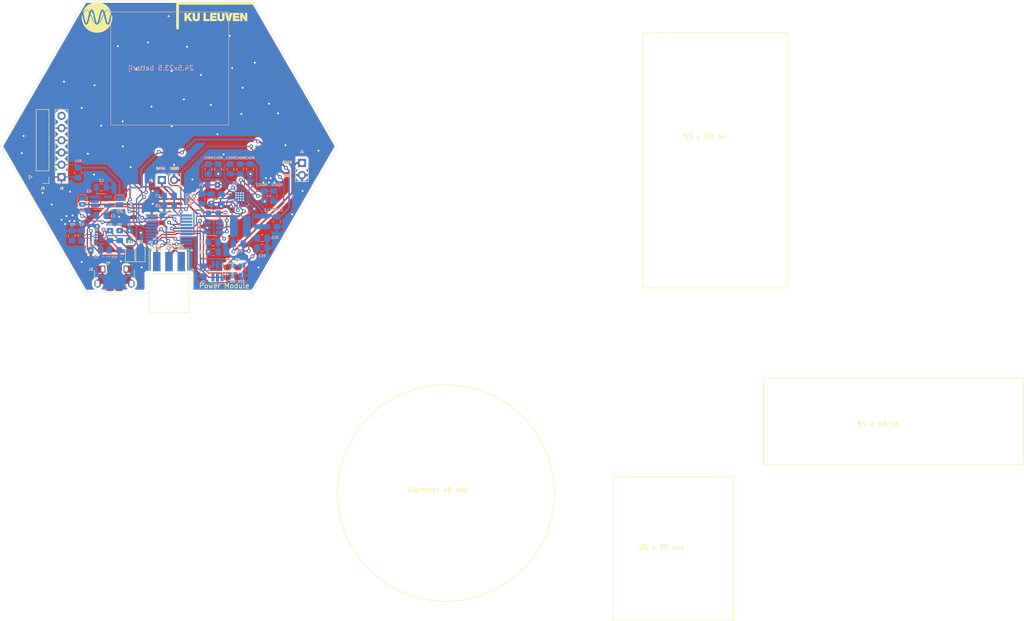
<source format=kicad_pcb>
(kicad_pcb (version 20171130) (host pcbnew "(5.1.6)-1")
  (layers (0 F.Cu signal) (31 B.Cu signal) (34 B.Paste user) (35 F.Paste user) (36 B.SilkS user) (37 F.SilkS user) (38 B.Mask user) (39 F.Mask user) (44 Edge.Cuts user))
  (net 0 "")
  (net 1 GND)
  (net 2 VUSB)
  (net 3 "Net-(C2-Pad1)")
  (net 4 "Net-(C3-Pad1)")
  (net 5 BAT+)
  (net 6 SOL+)
  (net 7 3V3)
  (net 8 VSTOR)
  (net 9 "Net-(CREF1-Pad1)")
  (net 10 "Net-(D1-Pad1)")
  (net 11 "Net-(D1-Pad2)")
  (net 12 "Net-(D2-Pad2)")
  (net 13 LED0)
  (net 14 "Net-(D3-Pad1)")
  (net 15 LED1)
  (net 16 "Net-(D4-Pad1)")
  (net 17 INT)
  (net 18 SDA)
  (net 19 SCL)
  (net 20 "Net-(J3-Pad6)")
  (net 21 MCLR)
  (net 22 ICSPDAT)
  (net 23 ICSPCLK)
  (net 24 "Net-(L1-Pad1)")
  (net 25 "Net-(L2-Pad2)")
  (net 26 "Net-(R2-Pad1)")
  (net 27 "Net-(R3-Pad1)")
  (net 28 "Net-(R6-Pad1)")
  (net 29 "Net-(R7-Pad1)")
  (net 30 SOL_VOLTAGE)
  (net 31 BAT_VOLTAGE)
  (net 32 "Net-(R9-Pad1)")
  (net 33 HYST)
  (net 34 "Net-(ROK1-Pad1)")
  (net 35 PROG)
  (net 36 SET)
  (net 37 "Net-(ROV1-Pad2)")
  (net 38 SOL_MEAS_EN)
  (net 39 BAT_MEAS_EN)
  (net 40 VBAT_OK_TO_MCU)
  (net 41 "Net-(D2-Pad1)")
  (module logoKuleuven2:logoKuleuven2 (layer F.Cu) (at 131.953 50.8)
    (fp_text reference G*** hide)
    (fp_text value LOGO hide)
  )
  (module logoDramco:logoDramco (layer F.Cu) (at 107.569 51.181)
    (fp_text reference G*** hide)
    (fp_text value LOGO hide)
  )
  (module Capacitor_SMD:C_0805_2012Metric_Pad1.15x1.40mm_HandSolder (layer B.Cu) (at 107.315 99.568)
    (fp_text reference C1 (at 0 1.397) (layer B.SilkS) (effects (font (size 0.5 0.5) (thickness 0.125)) (justify mirror)))
    (fp_text value "1 uF")
    (pad 2 smd roundrect (at 1.025 0) (size 1.15 1.4) (layers B.Cu B.Paste B.Mask) (roundrect_rratio 0.217391) (net 1 GND))
    (pad 1 smd roundrect (at -1.025 0) (size 1.15 1.4) (layers B.Cu B.Paste B.Mask) (roundrect_rratio 0.217391) (net 2 VUSB))
  )
  (module Capacitor_SMD:C_0805_2012Metric_Pad1.15x1.40mm_HandSolder (layer B.Cu) (at 108.467 86.487)
    (fp_text reference C2 (at 0 -1.397) (layer B.SilkS) (effects (font (size 0.5 0.5) (thickness 0.125)) (justify mirror)))
    (fp_text value "1 uF")
    (pad 1 smd roundrect (at -1.025 0) (size 1.15 1.4) (layers B.Cu B.Paste B.Mask) (roundrect_rratio 0.217391) (net 3 "Net-(C2-Pad1)"))
    (pad 2 smd roundrect (at 1.025 0) (size 1.15 1.4) (layers B.Cu B.Paste B.Mask) (roundrect_rratio 0.217391) (net 1 GND))
  )
  (module Capacitor_SMD:C_0805_2012Metric_Pad1.15x1.40mm_HandSolder (layer B.Cu) (at 108.449 92.329 180)
    (fp_text reference C3 (at -2.422 -0.127) (layer B.SilkS) (effects (font (size 0.5 0.5) (thickness 0.125)) (justify mirror)))
    (fp_text value "1 uF")
    (pad 1 smd roundrect (at -1.025 0 180) (size 1.15 1.4) (layers B.Cu B.Paste B.Mask) (roundrect_rratio 0.217391) (net 4 "Net-(C3-Pad1)"))
    (pad 2 smd roundrect (at 1.025 0 180) (size 1.15 1.4) (layers B.Cu B.Paste B.Mask) (roundrect_rratio 0.217391) (net 1 GND))
  )
  (module Capacitor_SMD:C_0805_2012Metric_Pad1.15x1.40mm_HandSolder (layer B.Cu) (at 111.125 99.568)
    (fp_text reference C4 (at 0 1.397) (layer B.SilkS) (effects (font (size 0.5 0.5) (thickness 0.125)) (justify mirror)))
    (fp_text value "1 uF")
    (pad 1 smd roundrect (at -1.025 0) (size 1.15 1.4) (layers B.Cu B.Paste B.Mask) (roundrect_rratio 0.217391) (net 5 BAT+))
    (pad 2 smd roundrect (at 1.025 0) (size 1.15 1.4) (layers B.Cu B.Paste B.Mask) (roundrect_rratio 0.217391) (net 1 GND))
  )
  (module Capacitor_SMD:C_0805_2012Metric_Pad1.15x1.40mm_HandSolder (layer B.Cu) (at 131.699 91.948 180)
    (fp_text reference C5 (at -2.413 0) (layer B.SilkS) (effects (font (size 0.5 0.5) (thickness 0.125)) (justify mirror)))
    (fp_text value "1 uF")
    (pad 2 smd roundrect (at 1.025 0 180) (size 1.15 1.4) (layers B.Cu B.Paste B.Mask) (roundrect_rratio 0.217391) (net 1 GND))
    (pad 1 smd roundrect (at -1.025 0 180) (size 1.15 1.4) (layers B.Cu B.Paste B.Mask) (roundrect_rratio 0.217391) (net 6 SOL+))
  )
  (module Capacitor_SMD:C_0805_2012Metric_Pad1.15x1.40mm_HandSolder (layer B.Cu) (at 129.667 103.895 270)
    (fp_text reference C6 (at 2.277 0.127 180) (layer B.SilkS) (effects (font (size 0.5 0.5) (thickness 0.125)) (justify mirror)))
    (fp_text value "1 uF")
    (pad 1 smd roundrect (at -1.025 0 270) (size 1.15 1.4) (layers B.Cu B.Paste B.Mask) (roundrect_rratio 0.217391) (net 5 BAT+))
    (pad 2 smd roundrect (at 1.025 0 270) (size 1.15 1.4) (layers B.Cu B.Paste B.Mask) (roundrect_rratio 0.217391) (net 1 GND))
  )
  (module Capacitor_SMD:C_0805_2012Metric_Pad1.15x1.40mm_HandSolder (layer B.Cu) (at 122.555 88.265)
    (fp_text reference C7 (at -2.413 0) (layer B.SilkS) (effects (font (size 0.5 0.5) (thickness 0.125)) (justify mirror)))
    (fp_text value "10 uF")
    (pad 2 smd roundrect (at 1.025 0) (size 1.15 1.4) (layers B.Cu B.Paste B.Mask) (roundrect_rratio 0.217391) (net 7 3V3))
    (pad 1 smd roundrect (at -1.025 0) (size 1.15 1.4) (layers B.Cu B.Paste B.Mask) (roundrect_rratio 0.217391) (net 1 GND))
  )
  (module Capacitor_SMD:C_0805_2012Metric_Pad1.15x1.40mm_HandSolder (layer B.Cu) (at 122.546 90.297)
    (fp_text reference C8 (at -2.404 0) (layer B.SilkS) (effects (font (size 0.5 0.5) (thickness 0.125)) (justify mirror)))
    (fp_text value "100 nF")
    (pad 2 smd roundrect (at 1.025 0) (size 1.15 1.4) (layers B.Cu B.Paste B.Mask) (roundrect_rratio 0.217391) (net 7 3V3))
    (pad 1 smd roundrect (at -1.025 0) (size 1.15 1.4) (layers B.Cu B.Paste B.Mask) (roundrect_rratio 0.217391) (net 1 GND))
  )
  (module Capacitor_SMD:C_0805_2012Metric_Pad1.15x1.40mm_HandSolder (layer B.Cu) (at 129.286 88.9 90)
    (fp_text reference CBYP1 (at 0 -3.048 270) (layer B.SilkS) (effects (font (size 0.5 0.5) (thickness 0.125)) (justify mirror)))
    (fp_text value "10 nF")
    (pad 2 smd roundrect (at 1.025 0 90) (size 1.15 1.4) (layers B.Cu B.Paste B.Mask) (roundrect_rratio 0.217391) (net 1 GND))
    (pad 1 smd roundrect (at -1.025 0 90) (size 1.15 1.4) (layers B.Cu B.Paste B.Mask) (roundrect_rratio 0.217391) (net 8 VSTOR))
  )
  (module Capacitor_SMD:C_0805_2012Metric_Pad1.15x1.40mm_HandSolder (layer B.Cu) (at 136.897 98.171)
    (fp_text reference CIN1 (at 0 1.65) (layer B.SilkS) (effects (font (size 0.5 0.5) (thickness 0.125)) (justify mirror)))
    (fp_text value "4.7 uF")
    (pad 1 smd roundrect (at -1.025 0) (size 1.15 1.4) (layers B.Cu B.Paste B.Mask) (roundrect_rratio 0.217391) (net 6 SOL+))
    (pad 2 smd roundrect (at 1.025 0) (size 1.15 1.4) (layers B.Cu B.Paste B.Mask) (roundrect_rratio 0.217391) (net 1 GND))
  )
  (module Capacitor_SMD:C_0805_2012Metric_Pad1.15x1.40mm_HandSolder (layer B.Cu) (at 144.907 93.59 270)
    (fp_text reference COUT1 (at -2.404 0 180) (layer B.SilkS) (effects (font (size 0.5 0.5) (thickness 0.125)) (justify mirror)))
    (fp_text value "22 uF")
    (pad 1 smd roundrect (at -1.025 0 270) (size 1.15 1.4) (layers B.Cu B.Paste B.Mask) (roundrect_rratio 0.217391) (net 7 3V3))
    (pad 2 smd roundrect (at 1.025 0 270) (size 1.15 1.4) (layers B.Cu B.Paste B.Mask) (roundrect_rratio 0.217391) (net 1 GND))
  )
  (module Capacitor_SMD:C_0805_2012Metric_Pad1.15x1.40mm_HandSolder (layer B.Cu) (at 133.35 88.909 270)
    (fp_text reference CREF1 (at -0.009 5.588 270) (layer B.SilkS) (effects (font (size 0.5 0.5) (thickness 0.125)) (justify mirror)))
    (fp_text value "10 nF")
    (pad 2 smd roundrect (at 1.025 0 270) (size 1.15 1.4) (layers B.Cu B.Paste B.Mask) (roundrect_rratio 0.217391) (net 1 GND))
    (pad 1 smd roundrect (at -1.025 0 270) (size 1.15 1.4) (layers B.Cu B.Paste B.Mask) (roundrect_rratio 0.217391) (net 9 "Net-(CREF1-Pad1)"))
  )
  (module Capacitor_SMD:C_0805_2012Metric_Pad1.15x1.40mm_HandSolder (layer B.Cu) (at 131.318 88.891 90)
    (fp_text reference CSTOR1 (at -0.263 -4.318 90) (layer B.SilkS) (effects (font (size 0.5 0.5) (thickness 0.125)) (justify mirror)))
    (fp_text value "4.7 uF")
    (pad 1 smd roundrect (at -1.025 0 90) (size 1.15 1.4) (layers B.Cu B.Paste B.Mask) (roundrect_rratio 0.217391) (net 8 VSTOR))
    (pad 2 smd roundrect (at 1.025 0 90) (size 1.15 1.4) (layers B.Cu B.Paste B.Mask) (roundrect_rratio 0.217391) (net 1 GND))
  )
  (module LED_SMD:LED_0805_2012Metric_Pad1.15x1.40mm_HandSolder (layer F.Cu) (at 114.427 100.085 90)
    (fp_text reference D1 (at 2.295 0 180) (layer F.SilkS) (effects (font (size 0.5 0.5) (thickness 0.125))))
    (fp_text value LED)
    (pad 1 smd roundrect (at -1.025 0 90) (size 1.15 1.4) (layers F.Cu F.Paste F.Mask) (roundrect_rratio 0.217391) (net 10 "Net-(D1-Pad1)"))
    (pad 2 smd roundrect (at 1.025 0 90) (size 1.15 1.4) (layers F.Cu F.Paste F.Mask) (roundrect_rratio 0.217391) (net 11 "Net-(D1-Pad2)"))
  )
  (module LED_SMD:LED_0805_2012Metric_Pad1.15x1.40mm_HandSolder (layer F.Cu) (at 116.586 100.076 90)
    (fp_text reference D2 (at 2.286 0 180) (layer F.SilkS) (effects (font (size 0.5 0.5) (thickness 0.125))))
    (fp_text value LED)
    (pad 1 smd roundrect (at -1.025 0 90) (size 1.15 1.4) (layers F.Cu F.Paste F.Mask) (roundrect_rratio 0.217391) (net 41 "Net-(D2-Pad1)"))
    (pad 2 smd roundrect (at 1.025 0 90) (size 1.15 1.4) (layers F.Cu F.Paste F.Mask) (roundrect_rratio 0.217391) (net 12 "Net-(D2-Pad2)"))
  )
  (module LED_SMD:LED_0805_2012Metric_Pad1.15x1.40mm_HandSolder (layer F.Cu) (at 134.62 104.149 270)
    (fp_text reference D3 (at -2.676 -0.127 180) (layer F.SilkS) (effects (font (size 0.5 0.5) (thickness 0.125))))
    (fp_text value LED)
    (pad 2 smd roundrect (at 1.025 0 270) (size 1.15 1.4) (layers F.Cu F.Paste F.Mask) (roundrect_rratio 0.217391) (net 13 LED0))
    (pad 1 smd roundrect (at -1.025 0 270) (size 1.15 1.4) (layers F.Cu F.Paste F.Mask) (roundrect_rratio 0.217391) (net 14 "Net-(D3-Pad1)"))
  )
  (module LED_SMD:LED_0805_2012Metric_Pad1.15x1.40mm_HandSolder (layer F.Cu) (at 136.779 104.149 270)
    (fp_text reference D4 (at -2.676 0 180) (layer F.SilkS) (effects (font (size 0.5 0.5) (thickness 0.125))))
    (fp_text value LED)
    (pad 2 smd roundrect (at 1.025 0 270) (size 1.15 1.4) (layers F.Cu F.Paste F.Mask) (roundrect_rratio 0.217391) (net 15 LED1))
    (pad 1 smd roundrect (at -1.025 0 270) (size 1.15 1.4) (layers F.Cu F.Paste F.Mask) (roundrect_rratio 0.217391) (net 16 "Net-(D4-Pad1)"))
  )
  (module Connector_PinHeader_2.54mm:PinHeader_1x02_P2.54mm_Vertical (layer F.Cu) (at 150.114 81.407)
    (fp_text reference J1 (at 0 -2.33) (layer F.SilkS) (effects (font (size 0.5 0.5) (thickness 0.125))))
    (fp_text value Conn_01x02)
    (pad 1 thru_hole rect (at 0 0) (size 1.7 1.7) (drill 1) (layers *.Cu *.Mask) (net 6 SOL+))
    (pad 2 thru_hole oval (at 0 2.54) (size 1.7 1.7) (drill 1) (layers *.Cu *.Mask) (net 1 GND))
  )
  (module USB_Micro:USB_Micro (layer F.Cu) (at 105.791 105.156)
    (fp_text reference J3 (at 0.508 -1.651) (layer F.SilkS) (effects (font (size 0.5 0.5) (thickness 0.125))))
    (fp_text value USB_B_Micro)
    (fp_text user " " (at 7.3479 -3.15926) (layer F.SilkS) (effects (font (size 0.5 0.5) (thickness 0.125))))
    (pad 6 smd rect (at 4.4379 1.59074 90) (size 2.5 1.43) (layers F.Cu F.Paste F.Mask) (net 20 "Net-(J3-Pad6)"))
    (pad 6 smd rect (at 2.5479 -1.65926) (size 2 1.5) (layers F.Cu F.Paste F.Mask) (net 20 "Net-(J3-Pad6)"))
    (pad 6 smd rect (at 8.1479 0.39074) (size 1.35 2) (layers F.Cu F.Paste F.Mask) (net 20 "Net-(J3-Pad6)"))
    (pad 6 smd rect (at 2.6679 0.39074) (size 1.35 2) (layers F.Cu F.Paste F.Mask) (net 20 "Net-(J3-Pad6)"))
    (pad 3 smd rect (at 5.3979 -1.55926 90) (size 1.65 0.4) (layers F.Cu F.Paste F.Mask))
    (pad 6 thru_hole oval (at 8.8979 1.32074 90) (size 1.7 1.35) (drill oval 1.2 0.7) (layers *.Cu *.Mask) (net 20 "Net-(J3-Pad6)"))
    (pad 6 thru_hole oval (at 2.9779 -1.67926 90) (size 1.5 1.1) (drill oval 1.05 0.65) (layers *.Cu *.Mask) (net 20 "Net-(J3-Pad6)"))
    (pad 6 thru_hole oval (at 7.8179 -1.67926 90) (size 1.5 1.1) (drill oval 1.05 0.65) (layers *.Cu *.Mask) (net 20 "Net-(J3-Pad6)"))
    (pad 5 smd rect (at 6.6979 -1.55926 90) (size 1.65 0.4) (layers F.Cu F.Paste F.Mask) (net 1 GND))
    (pad 4 smd rect (at 6.0479 -1.55926 90) (size 1.65 0.4) (layers F.Cu F.Paste F.Mask))
    (pad 6 smd rect (at 8.3979 -0.35926) (size 1.825 0.7) (layers F.Cu F.Paste F.Mask) (net 20 "Net-(J3-Pad6)"))
    (pad 1 smd rect (at 4.0979 -1.55926 90) (size 1.65 0.4) (layers F.Cu F.Paste F.Mask) (net 2 VUSB))
    (pad 6 smd rect (at 8.2979 -1.67926) (size 2 1.5) (layers F.Cu F.Paste F.Mask) (net 20 "Net-(J3-Pad6)"))
    (pad 6 smd rect (at 2.4479 -0.35926) (size 1.825 0.7) (layers F.Cu F.Paste F.Mask) (net 20 "Net-(J3-Pad6)"))
    (pad 2 smd rect (at 4.7479 -1.55926 90) (size 1.65 0.4) (layers F.Cu F.Paste F.Mask))
    (pad 6 thru_hole oval (at 1.8979 1.32074 90) (size 1.7 1.35) (drill oval 1.2 0.7) (layers *.Cu *.Mask) (net 20 "Net-(J3-Pad6)"))
    (pad 6 smd rect (at 6.3579 1.59074 90) (size 2.5 1.43) (layers F.Cu F.Paste F.Mask) (net 20 "Net-(J3-Pad6)"))
  )
  (module Connector_PinHeader_2.54mm:PinHeader_1x02_P2.54mm_Vertical (layer F.Cu) (at 121.031 84.963 90)
    (fp_text reference J4 (at 0 -2.33 180) (layer F.SilkS) (effects (font (size 0.5 0.5) (thickness 0.125))))
    (fp_text value Conn_01x02_battery)
    (pad 2 thru_hole oval (at 0 2.54 90) (size 1.7 1.7) (drill 1) (layers *.Cu *.Mask) (net 1 GND))
    (pad 1 thru_hole rect (at 0 0 90) (size 1.7 1.7) (drill 1) (layers *.Cu *.Mask) (net 5 BAT+))
  )
  (module Connector_PinHeader_2.54mm:PinHeader_1x06_P2.54mm_Vertical (layer F.Cu) (at 96.266 84.328 180)
    (fp_text reference J5 (at 0 -2.33) (layer F.SilkS) (effects (font (size 0.5 0.5) (thickness 0.125))))
    (fp_text value Conn_01x06_programmer)
    (pad 1 smd rect (at 0 0 180) (size 1.7 1.7) (layers F.Cu F.Paste F.Mask) (net 21 MCLR))
    (pad 2 smd oval (at 0 2.54 180) (size 1.7 1.7) (layers F.Cu F.Paste F.Mask) (net 7 3V3))
    (pad 3 smd oval (at 0 5.08 180) (size 1.7 1.7) (layers F.Cu F.Paste F.Mask) (net 1 GND))
    (pad 4 smd oval (at 0 7.62 180) (size 1.7 1.7) (layers F.Cu F.Paste F.Mask) (net 22 ICSPDAT))
    (pad 5 smd oval (at 0 10.16 180) (size 1.7 1.7) (layers F.Cu F.Paste F.Mask) (net 23 ICSPCLK))
    (pad 6 smd oval (at 0 12.7 180) (size 1.7 1.7) (layers F.Cu F.Paste F.Mask))
  )
  (module Connector_PinHeader_2.54mm:PinHeader_1x06_P2.54mm_Vertical (layer F.Cu) (at 100.203 84.328 180)
    (fp_text reference J6 (at 0 -2.33) (layer F.SilkS) (effects (font (size 0.5 0.5) (thickness 0.125))))
    (fp_text value Conn_01x06_programmer)
    (pad 6 thru_hole oval (at 0 12.7 180) (size 1.7 1.7) (drill 1) (layers *.Cu *.Mask))
    (pad 5 thru_hole oval (at 0 10.16 180) (size 1.7 1.7) (drill 1) (layers *.Cu *.Mask) (net 23 ICSPCLK))
    (pad 4 thru_hole oval (at 0 7.62 180) (size 1.7 1.7) (drill 1) (layers *.Cu *.Mask) (net 22 ICSPDAT))
    (pad 3 thru_hole oval (at 0 5.08 180) (size 1.7 1.7) (drill 1) (layers *.Cu *.Mask) (net 1 GND))
    (pad 2 thru_hole oval (at 0 2.54 180) (size 1.7 1.7) (drill 1) (layers *.Cu *.Mask) (net 7 3V3))
    (pad 1 thru_hole rect (at 0 0 180) (size 1.7 1.7) (drill 1) (layers *.Cu *.Mask) (net 21 MCLR))
  )
  (module Jumper:SolderJumper-2_P1.3mm_Open_RoundedPad1.0x1.5mm (layer B.Cu) (at 104.521 89.393 90)
    (fp_text reference JP1 (at -2.174 0) (layer B.SilkS) (effects (font (size 0.5 0.5) (thickness 0.125)) (justify mirror)))
    (fp_text value SolderJumper_2_Open)
    (pad 1 smd custom (at -0.65 0 90) (size 1 0.5) (layers B.Cu B.Mask) (net 5 BAT+) (options (clearance outline) (anchor rect)) (primitives (gr_circle (center 0 -0.25) (end 0.5 -0.25) (width 0)) (gr_circle (center 0 0.25) (end 0.5 0.25) (width 0)) (gr_poly (pts (xy 0 0.75) (xy 0.5 0.75) (xy 0.5 -0.75) (xy 0 -0.75)) (width 0))))
    (pad 2 smd custom (at 0.65 0 90) (size 1 0.5) (layers B.Cu B.Mask) (net 3 "Net-(C2-Pad1)") (options (clearance outline) (anchor rect)) (primitives (gr_circle (center 0 -0.25) (end 0.5 -0.25) (width 0)) (gr_circle (center 0 0.25) (end 0.5 0.25) (width 0)) (gr_poly (pts (xy 0 0.75) (xy -0.5 0.75) (xy -0.5 -0.75) (xy 0 -0.75)) (width 0))))
  )
  (module Jumper:SolderJumper-2_P1.3mm_Open_RoundedPad1.0x1.5mm (layer B.Cu) (at 112.268 89.423 270)
    (fp_text reference JP2 (at 2.144 -0.127) (layer B.SilkS) (effects (font (size 0.5 0.5) (thickness 0.125)) (justify mirror)))
    (fp_text value SolderJumper_2_Open)
    (pad 2 smd custom (at 0.65 0 270) (size 1 0.5) (layers B.Cu B.Mask) (net 4 "Net-(C3-Pad1)") (options (clearance outline) (anchor rect)) (primitives (gr_circle (center 0 -0.25) (end 0.5 -0.25) (width 0)) (gr_circle (center 0 0.25) (end 0.5 0.25) (width 0)) (gr_poly (pts (xy 0 0.75) (xy -0.5 0.75) (xy -0.5 -0.75) (xy 0 -0.75)) (width 0))))
    (pad 1 smd custom (at -0.65 0 270) (size 1 0.5) (layers B.Cu B.Mask) (net 7 3V3) (options (clearance outline) (anchor rect)) (primitives (gr_circle (center 0 -0.25) (end 0.5 -0.25) (width 0)) (gr_circle (center 0 0.25) (end 0.5 0.25) (width 0)) (gr_poly (pts (xy 0 0.75) (xy 0.5 0.75) (xy 0.5 -0.75) (xy 0 -0.75)) (width 0))))
  )
  (module inductor_744031220_22uH:Inductor_744031220_22uH (layer B.Cu) (at 138.684 94.615 90)
    (fp_text reference L1 (at 2.794 0.127) (layer B.SilkS) (effects (font (size 0.5 0.5) (thickness 0.125)) (justify mirror)))
    (fp_text value "22 uH")
    (pad 1 smd rect (at 0 0 90) (size 4.3 1.6) (layers B.Cu B.Paste B.Mask) (net 24 "Net-(L1-Pad1)"))
    (pad 2 smd rect (at 0 -2.7 90) (size 4.3 1.6) (layers B.Cu B.Paste B.Mask) (net 6 SOL+))
  )
  (module Inductor_744029100_10uH:Inductor_744029100_10uH (layer B.Cu) (at 141.859 92.456 180)
    (fp_text reference L2 (at -0.889 1.143) (layer B.SilkS) (effects (font (size 0.5 0.5) (thickness 0.125)) (justify mirror)))
    (fp_text value "10 uH")
    (pad 1 smd rect (at 0 0 180) (size 3.2 1) (layers B.Cu B.Paste B.Mask) (net 7 3V3))
    (pad 2 smd rect (at 0 -2.2 180) (size 3.2 1) (layers B.Cu B.Paste B.Mask) (net 25 "Net-(L2-Pad2)"))
  )
  (module Resistor_SMD:R_0805_2012Metric_Pad1.15x1.40mm_HandSolder (layer B.Cu) (at 131.563 85.979 180)
    (fp_text reference R1 (at 2.404 0 180) (layer B.SilkS) (effects (font (size 0.5 0.5) (thickness 0.125)) (justify mirror)))
    (fp_text value 10k)
    (pad 1 smd roundrect (at -1.025 0 180) (size 1.15 1.4) (layers B.Cu B.Paste B.Mask) (roundrect_rratio 0.217391) (net 2 VUSB))
    (pad 2 smd roundrect (at 1.025 0 180) (size 1.15 1.4) (layers B.Cu B.Paste B.Mask) (roundrect_rratio 0.217391) (net 1 GND))
  )
  (module Resistor_SMD:R_0805_2012Metric_Pad1.15x1.40mm_HandSolder (layer B.Cu) (at 104.394 96.511 90)
    (fp_text reference R2 (at 2.277 0) (layer B.SilkS) (effects (font (size 0.5 0.5) (thickness 0.125)) (justify mirror)))
    (fp_text value 1k)
    (pad 2 smd roundrect (at 1.025 0 90) (size 1.15 1.4) (layers B.Cu B.Paste B.Mask) (roundrect_rratio 0.217391) (net 1 GND))
    (pad 1 smd roundrect (at -1.025 0 90) (size 1.15 1.4) (layers B.Cu B.Paste B.Mask) (roundrect_rratio 0.217391) (net 26 "Net-(R2-Pad1)"))
  )
  (module Resistor_SMD:R_0805_2012Metric_Pad1.15x1.40mm_HandSolder (layer B.Cu) (at 102.362 96.529 90)
    (fp_text reference R3 (at 2.295 0.127) (layer B.SilkS) (effects (font (size 0.5 0.5) (thickness 0.125)) (justify mirror)))
    (fp_text value 2k)
    (pad 1 smd roundrect (at -1.025 0 90) (size 1.15 1.4) (layers B.Cu B.Paste B.Mask) (roundrect_rratio 0.217391) (net 27 "Net-(R3-Pad1)"))
    (pad 2 smd roundrect (at 1.025 0 90) (size 1.15 1.4) (layers B.Cu B.Paste B.Mask) (roundrect_rratio 0.217391) (net 1 GND))
  )
  (module Resistor_SMD:R_0805_2012Metric_Pad1.15x1.40mm_HandSolder (layer B.Cu) (at 110.236 96.511 270)
    (fp_text reference R4 (at -2.277 0) (layer B.SilkS) (effects (font (size 0.5 0.5) (thickness 0.125)) (justify mirror)))
    (fp_text value 1.5k)
    (pad 2 smd roundrect (at 1.025 0 270) (size 1.15 1.4) (layers B.Cu B.Paste B.Mask) (roundrect_rratio 0.217391) (net 5 BAT+))
    (pad 1 smd roundrect (at -1.025 0 270) (size 1.15 1.4) (layers B.Cu B.Paste B.Mask) (roundrect_rratio 0.217391) (net 11 "Net-(D1-Pad2)"))
  )
  (module Resistor_SMD:R_0805_2012Metric_Pad1.15x1.40mm_HandSolder (layer B.Cu) (at 112.268 96.511 270)
    (fp_text reference R5 (at -2.277 0) (layer B.SilkS) (effects (font (size 0.5 0.5) (thickness 0.125)) (justify mirror)))
    (fp_text value 1.5k)
    (pad 1 smd roundrect (at -1.025 0 270) (size 1.15 1.4) (layers B.Cu B.Paste B.Mask) (roundrect_rratio 0.217391) (net 12 "Net-(D2-Pad2)"))
    (pad 2 smd roundrect (at 1.025 0 270) (size 1.15 1.4) (layers B.Cu B.Paste B.Mask) (roundrect_rratio 0.217391) (net 5 BAT+))
  )
  (module Resistor_SMD:R_0805_2012Metric_Pad1.15x1.40mm_HandSolder (layer B.Cu) (at 114.3 96.52 90)
    (fp_text reference R6 (at 2.286 0) (layer B.SilkS) (effects (font (size 0.5 0.5) (thickness 0.125)) (justify mirror)))
    (fp_text value 10k)
    (pad 1 smd roundrect (at -1.025 0 90) (size 1.15 1.4) (layers B.Cu B.Paste B.Mask) (roundrect_rratio 0.217391) (net 28 "Net-(R6-Pad1)"))
    (pad 2 smd roundrect (at 1.025 0 90) (size 1.15 1.4) (layers B.Cu B.Paste B.Mask) (roundrect_rratio 0.217391) (net 1 GND))
  )
  (module Resistor_SMD:R_0805_2012Metric_Pad1.15x1.40mm_HandSolder (layer B.Cu) (at 131.69 97.917)
    (fp_text reference R7 (at -2.404 0) (layer B.SilkS) (effects (font (size 0.5 0.5) (thickness 0.125)) (justify mirror)))
    (fp_text value 10k)
    (pad 1 smd roundrect (at -1.025 0) (size 1.15 1.4) (layers B.Cu B.Paste B.Mask) (roundrect_rratio 0.217391) (net 29 "Net-(R7-Pad1)"))
    (pad 2 smd roundrect (at 1.025 0) (size 1.15 1.4) (layers B.Cu B.Paste B.Mask) (roundrect_rratio 0.217391) (net 30 SOL_VOLTAGE))
  )
  (module Resistor_SMD:R_0805_2012Metric_Pad1.15x1.40mm_HandSolder (layer B.Cu) (at 131.708 99.949 180)
    (fp_text reference R8 (at 2.422 0) (layer B.SilkS) (effects (font (size 0.5 0.5) (thickness 0.125)) (justify mirror)))
    (fp_text value 10k)
    (pad 2 smd roundrect (at 1.025 0 180) (size 1.15 1.4) (layers B.Cu B.Paste B.Mask) (roundrect_rratio 0.217391) (net 1 GND))
    (pad 1 smd roundrect (at -1.025 0 180) (size 1.15 1.4) (layers B.Cu B.Paste B.Mask) (roundrect_rratio 0.217391) (net 30 SOL_VOLTAGE))
  )
  (module Resistor_SMD:R_0805_2012Metric_Pad1.15x1.40mm_HandSolder (layer B.Cu) (at 135.636 103.768 90)
    (fp_text reference R9 (at -2.277 0.127 180) (layer B.SilkS) (effects (font (size 0.5 0.5) (thickness 0.125)) (justify mirror)))
    (fp_text value 10k)
    (pad 2 smd roundrect (at 1.025 0 90) (size 1.15 1.4) (layers B.Cu B.Paste B.Mask) (roundrect_rratio 0.217391) (net 31 BAT_VOLTAGE))
    (pad 1 smd roundrect (at -1.025 0 90) (size 1.15 1.4) (layers B.Cu B.Paste B.Mask) (roundrect_rratio 0.217391) (net 32 "Net-(R9-Pad1)"))
  )
  (module Resistor_SMD:R_0805_2012Metric_Pad1.15x1.40mm_HandSolder (layer B.Cu) (at 137.668 103.75 270)
    (fp_text reference R10 (at 2.295 0.127 180) (layer B.SilkS) (effects (font (size 0.5 0.5) (thickness 0.125)) (justify mirror)))
    (fp_text value 10k)
    (pad 1 smd roundrect (at -1.025 0 270) (size 1.15 1.4) (layers B.Cu B.Paste B.Mask) (roundrect_rratio 0.217391) (net 31 BAT_VOLTAGE))
    (pad 2 smd roundrect (at 1.025 0 270) (size 1.15 1.4) (layers B.Cu B.Paste B.Mask) (roundrect_rratio 0.217391) (net 1 GND))
  )
  (module Resistor_SMD:R_0805_2012Metric_Pad1.15x1.40mm_HandSolder (layer B.Cu) (at 103.632 83.439 270)
    (fp_text reference R11 (at -2.413 0) (layer B.SilkS) (effects (font (size 0.5 0.5) (thickness 0.125)) (justify mirror)))
    (fp_text value 10k)
    (pad 2 smd roundrect (at 1.025 0 270) (size 1.15 1.4) (layers B.Cu B.Paste B.Mask) (roundrect_rratio 0.217391) (net 21 MCLR))
    (pad 1 smd roundrect (at -1.025 0 270) (size 1.15 1.4) (layers B.Cu B.Paste B.Mask) (roundrect_rratio 0.217391) (net 7 3V3))
  )
  (module Resistor_SMD:R_0805_2012Metric_Pad1.15x1.40mm_HandSolder (layer B.Cu) (at 141.85 97.028)
    (fp_text reference R12 (at 2.676 -0.127) (layer B.SilkS) (effects (font (size 0.5 0.5) (thickness 0.125)) (justify mirror)))
    (fp_text value 470)
    (pad 2 smd roundrect (at 1.025 0) (size 1.15 1.4) (layers B.Cu B.Paste B.Mask) (roundrect_rratio 0.217391) (net 1 GND))
    (pad 1 smd roundrect (at -1.025 0) (size 1.15 1.4) (layers B.Cu B.Paste B.Mask) (roundrect_rratio 0.217391) (net 14 "Net-(D3-Pad1)"))
  )
  (module Resistor_SMD:R_0805_2012Metric_Pad1.15x1.40mm_HandSolder (layer B.Cu) (at 141.85 99.06)
    (fp_text reference R13 (at 0 1.65) (layer B.SilkS) (effects (font (size 0.5 0.5) (thickness 0.125)) (justify mirror)))
    (fp_text value 470)
    (pad 1 smd roundrect (at -1.025 0) (size 1.15 1.4) (layers B.Cu B.Paste B.Mask) (roundrect_rratio 0.217391) (net 16 "Net-(D4-Pad1)"))
    (pad 2 smd roundrect (at 1.025 0) (size 1.15 1.4) (layers B.Cu B.Paste B.Mask) (roundrect_rratio 0.217391) (net 1 GND))
  )
  (module Resistor_SMD:R_0805_2012Metric_Pad1.15x1.40mm_HandSolder (layer B.Cu) (at 135.255 82.668 270)
    (fp_text reference ROK1 (at -2.277 0 180) (layer B.SilkS) (effects (font (size 0.5 0.5) (thickness 0.125)) (justify mirror)))
    (fp_text value "1.9 M")
    (pad 2 smd roundrect (at 1.025 0 270) (size 1.15 1.4) (layers B.Cu B.Paste B.Mask) (roundrect_rratio 0.217391) (net 33 HYST))
    (pad 1 smd roundrect (at -1.025 0 270) (size 1.15 1.4) (layers B.Cu B.Paste B.Mask) (roundrect_rratio 0.217391) (net 34 "Net-(ROK1-Pad1)"))
  )
  (module Resistor_SMD:R_0805_2012Metric_Pad1.15x1.40mm_HandSolder (layer B.Cu) (at 137.287 82.677 90)
    (fp_text reference ROK2 (at 2.286 0 180) (layer B.SilkS) (effects (font (size 0.5 0.5) (thickness 0.125)) (justify mirror)))
    (fp_text value "5.49 M")
    (pad 1 smd roundrect (at -1.025 0 90) (size 1.15 1.4) (layers B.Cu B.Paste B.Mask) (roundrect_rratio 0.217391) (net 33 HYST))
    (pad 2 smd roundrect (at 1.025 0 90) (size 1.15 1.4) (layers B.Cu B.Paste B.Mask) (roundrect_rratio 0.217391) (net 35 PROG))
  )
  (module Resistor_SMD:R_0805_2012Metric_Pad1.15x1.40mm_HandSolder (layer B.Cu) (at 139.319 82.668 270)
    (fp_text reference ROK3 (at -2.277 0 180) (layer B.SilkS) (effects (font (size 0.5 0.5) (thickness 0.125)) (justify mirror)))
    (fp_text value 5.62M)
    (pad 2 smd roundrect (at 1.025 0 270) (size 1.15 1.4) (layers B.Cu B.Paste B.Mask) (roundrect_rratio 0.217391) (net 1 GND))
    (pad 1 smd roundrect (at -1.025 0 270) (size 1.15 1.4) (layers B.Cu B.Paste B.Mask) (roundrect_rratio 0.217391) (net 35 PROG))
  )
  (module Resistor_SMD:R_0805_2012Metric_Pad1.15x1.40mm_HandSolder (layer B.Cu) (at 144.272 88.274 90)
    (fp_text reference ROUT1 (at 2.295 0.635 180) (layer B.SilkS) (effects (font (size 0.5 0.5) (thickness 0.125)) (justify mirror)))
    (fp_text value "8.25 M")
    (pad 1 smd roundrect (at -1.025 0 90) (size 1.15 1.4) (layers B.Cu B.Paste B.Mask) (roundrect_rratio 0.217391) (net 34 "Net-(ROK1-Pad1)"))
    (pad 2 smd roundrect (at 1.025 0 90) (size 1.15 1.4) (layers B.Cu B.Paste B.Mask) (roundrect_rratio 0.217391) (net 36 SET))
  )
  (module Resistor_SMD:R_0805_2012Metric_Pad1.15x1.40mm_HandSolder (layer B.Cu) (at 142.24 88.256 270)
    (fp_text reference ROUT2 (at -2.277 0.508 180) (layer B.SilkS) (effects (font (size 0.5 0.5) (thickness 0.125)) (justify mirror)))
    (fp_text value "4.75 M")
    (pad 2 smd roundrect (at 1.025 0 270) (size 1.15 1.4) (layers B.Cu B.Paste B.Mask) (roundrect_rratio 0.217391) (net 1 GND))
    (pad 1 smd roundrect (at -1.025 0 270) (size 1.15 1.4) (layers B.Cu B.Paste B.Mask) (roundrect_rratio 0.217391) (net 36 SET))
  )
  (module Resistor_SMD:R_0805_2012Metric_Pad1.15x1.40mm_HandSolder (layer B.Cu) (at 130.683 82.686 90)
    (fp_text reference ROV1 (at 2.295 0 180) (layer B.SilkS) (effects (font (size 0.5 0.5) (thickness 0.125)) (justify mirror)))
    (fp_text value "7.32 M")
    (pad 2 smd roundrect (at 1.025 0 90) (size 1.15 1.4) (layers B.Cu B.Paste B.Mask) (roundrect_rratio 0.217391) (net 37 "Net-(ROV1-Pad2)"))
    (pad 1 smd roundrect (at -1.025 0 90) (size 1.15 1.4) (layers B.Cu B.Paste B.Mask) (roundrect_rratio 0.217391) (net 34 "Net-(ROK1-Pad1)"))
  )
  (module Resistor_SMD:R_0805_2012Metric_Pad1.15x1.40mm_HandSolder (layer B.Cu) (at 132.715 82.686 270)
    (fp_text reference ROV2 (at -2.295 0 180) (layer B.SilkS) (effects (font (size 0.5 0.5) (thickness 0.125)) (justify mirror)))
    (fp_text value "5.61 M")
    (pad 1 smd roundrect (at -1.025 0 270) (size 1.15 1.4) (layers B.Cu B.Paste B.Mask) (roundrect_rratio 0.217391) (net 37 "Net-(ROV1-Pad2)"))
    (pad 2 smd roundrect (at 1.025 0 270) (size 1.15 1.4) (layers B.Cu B.Paste B.Mask) (roundrect_rratio 0.217391) (net 1 GND))
  )
  (module Package_TO_SOT_SMD:SOT-23-6_Handsoldering (layer B.Cu) (at 131.699 94.869)
    (fp_text reference S1 (at -3.048 0) (layer B.SilkS) (effects (font (size 0.5 0.5) (thickness 0.125)) (justify mirror)))
    (fp_text value TPS22860)
    (pad 1 smd rect (at -1.35 0.95) (size 1.56 0.65) (layers B.Cu B.Paste B.Mask) (net 29 "Net-(R7-Pad1)"))
    (pad 2 smd rect (at -1.35 0) (size 1.56 0.65) (layers B.Cu B.Paste B.Mask) (net 1 GND))
    (pad 3 smd rect (at -1.35 -0.95) (size 1.56 0.65) (layers B.Cu B.Paste B.Mask))
    (pad 4 smd rect (at 1.35 -0.95) (size 1.56 0.65) (layers B.Cu B.Paste B.Mask) (net 6 SOL+))
    (pad 6 smd rect (at 1.35 0.95) (size 1.56 0.65) (layers B.Cu B.Paste B.Mask) (net 38 SOL_MEAS_EN))
    (pad 5 smd rect (at 1.35 0) (size 1.56 0.65) (layers B.Cu B.Paste B.Mask) (net 6 SOL+))
  )
  (module Package_TO_SOT_SMD:SOT-23-6_Handsoldering (layer B.Cu) (at 132.588 103.886 90)
    (fp_text reference S2 (at -2.921 0 180) (layer B.SilkS) (effects (font (size 0.5 0.5) (thickness 0.125)) (justify mirror)))
    (fp_text value TPS22860)
    (pad 5 smd rect (at 1.35 0 90) (size 1.56 0.65) (layers B.Cu B.Paste B.Mask) (net 5 BAT+))
    (pad 6 smd rect (at 1.35 0.95 90) (size 1.56 0.65) (layers B.Cu B.Paste B.Mask) (net 39 BAT_MEAS_EN))
    (pad 4 smd rect (at 1.35 -0.95 90) (size 1.56 0.65) (layers B.Cu B.Paste B.Mask) (net 5 BAT+))
    (pad 3 smd rect (at -1.35 -0.95 90) (size 1.56 0.65) (layers B.Cu B.Paste B.Mask))
    (pad 2 smd rect (at -1.35 0 90) (size 1.56 0.65) (layers B.Cu B.Paste B.Mask) (net 1 GND))
    (pad 1 smd rect (at -1.35 0.95 90) (size 1.56 0.65) (layers B.Cu B.Paste B.Mask) (net 32 "Net-(R9-Pad1)"))
  )
  (module BQ24040:BQ24040 (layer B.Cu) (at 106.315 97.447)
    (fp_text reference U1 (at 1 -2.197) (layer B.SilkS) (effects (font (size 0.5 0.5) (thickness 0.125)) (justify mirror)))
    (fp_text value BQ24040)
    (pad 1 smd rect (at 0 0) (size 0.5 0.2) (layers B.Cu B.Paste B.Mask) (net 2 VUSB))
    (pad 2 smd rect (at 0 -0.4) (size 0.5 0.2) (layers B.Cu B.Paste B.Mask) (net 26 "Net-(R2-Pad1)"))
    (pad 3 smd rect (at 0 -0.8) (size 0.5 0.2) (layers B.Cu B.Paste B.Mask) (net 1 GND))
    (pad 4 smd rect (at 0 -1.2) (size 0.5 0.2) (layers B.Cu B.Paste B.Mask) (net 27 "Net-(R3-Pad1)"))
    (pad 5 smd rect (at 0 -1.6) (size 0.5 0.2) (layers B.Cu B.Paste B.Mask) (net 10 "Net-(D1-Pad1)"))
    (pad 6 smd rect (at 2 -1.6) (size 0.5 0.2) (layers B.Cu B.Paste B.Mask))
    (pad 7 smd rect (at 2 -1.2) (size 0.5 0.2) (layers B.Cu B.Paste B.Mask) (net 1 GND))
    (pad 8 smd rect (at 2 -0.8) (size 0.5 0.2) (layers B.Cu B.Paste B.Mask) (net 41 "Net-(D2-Pad1)"))
    (pad 9 smd rect (at 2 -0.4) (size 0.5 0.2) (layers B.Cu B.Paste B.Mask) (net 28 "Net-(R6-Pad1)"))
    (pad 10 smd rect (at 2 0) (size 0.5 0.2) (layers B.Cu B.Paste B.Mask) (net 5 BAT+))
    (pad 11 smd rect (at 1 -0.8) (size 0.9 1.5) (layers B.Cu B.Paste B.Mask) (net 1 GND))
  )
  (module Package_DFN_QFN:QFN-20-1EP_3.5x3.5mm_P0.5mm_EP2x2mm (layer B.Cu) (at 137.16 88.392)
    (fp_text reference U2 (at -0.889 -2.794) (layer B.SilkS) (effects (font (size 0.5 0.5) (thickness 0.125)) (justify mirror)))
    (fp_text value BQ25570)
    (pad 21 smd roundrect (at 0 0) (size 2 2) (layers B.Cu B.Mask) (roundrect_rratio 0.125) (net 1 GND))
    (pad 1 smd roundrect (at -1.6875 1) (size 0.875 0.25) (layers B.Cu B.Paste B.Mask) (net 1 GND))
    (pad 2 smd roundrect (at -1.6875 0.5) (size 0.875 0.25) (layers B.Cu B.Paste B.Mask) (net 6 SOL+))
    (pad 3 smd roundrect (at -1.6875 0) (size 0.875 0.25) (layers B.Cu B.Paste B.Mask) (net 8 VSTOR))
    (pad 4 smd roundrect (at -1.6875 -0.5) (size 0.875 0.25) (layers B.Cu B.Paste B.Mask) (net 9 "Net-(CREF1-Pad1)"))
    (pad 5 smd roundrect (at -1.6875 -1) (size 0.875 0.25) (layers B.Cu B.Paste B.Mask) (net 2 VUSB))
    (pad 6 smd roundrect (at -1 -1.6875) (size 0.25 0.875) (layers B.Cu B.Paste B.Mask) (net 8 VSTOR))
    (pad 7 smd roundrect (at -0.5 -1.6875) (size 0.25 0.875) (layers B.Cu B.Paste B.Mask) (net 37 "Net-(ROV1-Pad2)"))
    (pad 8 smd roundrect (at 0 -1.6875) (size 0.25 0.875) (layers B.Cu B.Paste B.Mask) (net 34 "Net-(ROK1-Pad1)"))
    (pad 9 smd roundrect (at 0.5 -1.6875) (size 0.25 0.875) (layers B.Cu B.Paste B.Mask) (net 1 GND))
    (pad 10 smd roundrect (at 1 -1.6875) (size 0.25 0.875) (layers B.Cu B.Paste B.Mask) (net 33 HYST))
    (pad 11 smd roundrect (at 1.6875 -1) (size 0.875 0.25) (layers B.Cu B.Paste B.Mask) (net 35 PROG))
    (pad 12 smd roundrect (at 1.6875 -0.5) (size 0.875 0.25) (layers B.Cu B.Paste B.Mask) (net 36 SET))
    (pad 13 smd roundrect (at 1.6875 0) (size 0.875 0.25) (layers B.Cu B.Paste B.Mask) (net 40 VBAT_OK_TO_MCU))
    (pad 14 smd roundrect (at 1.6875 0.5) (size 0.875 0.25) (layers B.Cu B.Paste B.Mask) (net 7 3V3))
    (pad 15 smd roundrect (at 1.6875 1) (size 0.875 0.25) (layers B.Cu B.Paste B.Mask) (net 1 GND))
    (pad 16 smd roundrect (at 1 1.6875) (size 0.25 0.875) (layers B.Cu B.Paste B.Mask) (net 25 "Net-(L2-Pad2)"))
    (pad 17 smd roundrect (at 0.5 1.6875) (size 0.25 0.875) (layers B.Cu B.Paste B.Mask) (net 1 GND))
    (pad 18 smd roundrect (at 0 1.6875) (size 0.25 0.875) (layers B.Cu B.Paste B.Mask) (net 5 BAT+))
    (pad 19 smd roundrect (at -0.5 1.6875) (size 0.25 0.875) (layers B.Cu B.Paste B.Mask) (net 8 VSTOR))
    (pad 20 smd roundrect (at -1 1.6875) (size 0.25 0.875) (layers B.Cu B.Paste B.Mask) (net 24 "Net-(L1-Pad1)"))
  )
  (module Package_TO_SOT_SMD:SOT-23-5_HandSoldering (layer B.Cu) (at 108.458 89.408)
    (fp_text reference U3 (at -2.54 -2.159) (layer B.SilkS) (effects (font (size 0.5 0.5) (thickness 0.125)) (justify mirror)))
    (fp_text value TPS705)
    (pad 1 smd rect (at -1.35 0.95) (size 1.56 0.65) (layers B.Cu B.Paste B.Mask) (net 3 "Net-(C2-Pad1)"))
    (pad 2 smd rect (at -1.35 0) (size 1.56 0.65) (layers B.Cu B.Paste B.Mask) (net 1 GND))
    (pad 3 smd rect (at -1.35 -0.95) (size 1.56 0.65) (layers B.Cu B.Paste B.Mask) (net 3 "Net-(C2-Pad1)"))
    (pad 4 smd rect (at 1.35 -0.95) (size 1.56 0.65) (layers B.Cu B.Paste B.Mask))
    (pad 5 smd rect (at 1.35 0.95) (size 1.56 0.65) (layers B.Cu B.Paste B.Mask) (net 4 "Net-(C3-Pad1)"))
  )
  (module PIC16F18446SSOPPIN:PIC16F18446SSOP20PIN (layer B.Cu) (at 126.111 92.329 180)
    (fp_text reference U4 (at 3.556 0.127) (layer B.SilkS) (effects (font (size 0.5 0.5) (thickness 0.125)) (justify mirror)))
    (fp_text value PIC16F18446)
    (pad 1 smd rect (at 0 0 180) (size 2.5 0.45) (layers B.Cu B.Paste B.Mask) (net 7 3V3))
    (pad 2 smd rect (at 0 -0.65 180) (size 2.5 0.45) (layers B.Cu B.Paste B.Mask))
    (pad 3 smd rect (at 0 -1.3 180) (size 2.5 0.45) (layers B.Cu B.Paste B.Mask))
    (pad 4 smd rect (at 0 -1.95 180) (size 2.5 0.45) (layers B.Cu B.Paste B.Mask) (net 21 MCLR))
    (pad 5 smd rect (at 0 -2.6 180) (size 2.5 0.45) (layers B.Cu B.Paste B.Mask) (net 40 VBAT_OK_TO_MCU))
    (pad 6 smd rect (at 0 -3.25 180) (size 2.5 0.45) (layers B.Cu B.Paste B.Mask) (net 31 BAT_VOLTAGE))
    (pad 7 smd rect (at 0 -3.9 180) (size 2.5 0.45) (layers B.Cu B.Paste B.Mask) (net 30 SOL_VOLTAGE))
    (pad 8 smd rect (at 0 -4.55 180) (size 2.5 0.45) (layers B.Cu B.Paste B.Mask) (net 39 BAT_MEAS_EN))
    (pad 9 smd rect (at 0 -5.2 180) (size 2.5 0.45) (layers B.Cu B.Paste B.Mask) (net 17 INT))
    (pad 10 smd rect (at 0 -5.85 180) (size 2.5 0.45) (layers B.Cu B.Paste B.Mask) (net 19 SCL))
    (pad 11 smd rect (at 7.2 -5.85 180) (size 2.5 0.45) (layers B.Cu B.Paste B.Mask) (net 13 LED0))
    (pad 12 smd rect (at 7.2 -5.2 180) (size 2.5 0.45) (layers B.Cu B.Paste B.Mask) (net 18 SDA))
    (pad 13 smd rect (at 7.2 -4.55 180) (size 2.5 0.45) (layers B.Cu B.Paste B.Mask))
    (pad 14 smd rect (at 7.2 -3.9 180) (size 2.5 0.45) (layers B.Cu B.Paste B.Mask))
    (pad 15 smd rect (at 7.2 -3.25 180) (size 2.5 0.45) (layers B.Cu B.Paste B.Mask) (net 15 LED1))
    (pad 16 smd rect (at 7.2 -2.6 180) (size 2.5 0.45) (layers B.Cu B.Paste B.Mask) (net 38 SOL_MEAS_EN))
    (pad 17 smd rect (at 7.2 -1.95 180) (size 2.5 0.45) (layers B.Cu B.Paste B.Mask))
    (pad 18 smd rect (at 7.2 -1.3 180) (size 2.5 0.45) (layers B.Cu B.Paste B.Mask) (net 23 ICSPCLK))
    (pad 19 smd rect (at 7.2 -0.65 180) (size 2.5 0.45) (layers B.Cu B.Paste B.Mask) (net 22 ICSPDAT))
    (pad 20 smd rect (at 7.2 0 180) (size 2.5 0.45) (layers B.Cu B.Paste B.Mask) (net 1 GND))
  )
  (module ConnectorHorizontalPcb:ConnectorHorizontalPcb (layer F.Cu) (at 125.04928 101.91242 270)
    (fp_text reference J2 (at 1.84658 -2.20472 180) (layer F.SilkS) (effects (font (size 0.5 0.5) (thickness 0.125))))
    (fp_text value Conn_02x03_motherboardconn)
    (pad 1 smd rect (at 0 0 270) (size 4 1.524) (layers F.Cu F.Paste F.Mask))
    (pad 2 smd rect (at 0 2.54 270) (size 4 1.524) (layers F.Cu F.Paste F.Mask) (net 1 GND))
    (pad 3 smd rect (at 0 5.08 270) (size 4 1.524) (layers F.Cu F.Paste F.Mask) (net 17 INT))
    (pad 4 smd rect (at 0 0 270) (size 4 1.524) (layers B.Cu B.Paste B.Mask) (net 18 SDA))
    (pad 5 smd rect (at 0 2.54 270) (size 4 1.524) (layers B.Cu B.Paste B.Mask) (net 19 SCL))
    (pad 6 smd rect (at 0 5.08 270) (size 4 1.524) (layers B.Cu B.Paste B.Mask) (net 7 3V3))
  )
  (gr_text "Power Module" (at 133.985 106.934) (layer F.SilkS) (effects (font (size 1 1))))
  (gr_text SOL+ (at 147.066 81.28) (layer B.SilkS) (effects (font (size 0.5 0.5) (thickness 0.125)) (justify mirror)))
  (gr_text GND (at 147.193 84.074) (layer B.SilkS) (effects (font (size 0.5 0.5) (thickness 0.125)) (justify mirror)))
  (gr_text GND (at 147.066 84.074) (layer F.SilkS) (effects (font (size 0.5 0.5) (thickness 0.125))))
  (gr_text SOL+ (at 147.066 81.28) (layer F.SilkS) (effects (font (size 0.5 0.5) (thickness 0.125))))
  (gr_text GND (at 123.825 82.55) (layer F.SilkS) (effects (font (size 0.5 0.5) (thickness 0.125))))
  (gr_text BAT+ (at 120.777 82.55) (layer F.SilkS) (effects (font (size 0.5 0.5) (thickness 0.125))))
  (gr_text GND (at 123.444 82.55) (layer B.SilkS) (effects (font (size 0.5 0.5) (thickness 0.125)) (justify mirror)))
  (gr_text BAT+ (at 120.777 82.55) (layer B.SilkS) (effects (font (size 0.5 0.5) (thickness 0.125)) (justify mirror)))
  (gr_line (start 93.472 84.074) (end 93.472 83.947) (layer B.SilkS) (width 0.12))
  (gr_line (start 93.472 84.709) (end 93.472 84.074) (layer B.SilkS) (width 0.12))
  (gr_line (start 94.107 84.328) (end 93.472 84.709) (layer B.SilkS) (width 0.12))
  (gr_line (start 93.472 83.947) (end 94.107 84.328) (layer B.SilkS) (width 0.12))
  (gr_line (start 93.472 84.709) (end 93.472 83.947) (layer F.SilkS) (width 0.12))
  (gr_line (start 94.107 84.328) (end 93.472 84.709) (layer F.SilkS) (width 0.12))
  (gr_line (start 93.472 83.947) (end 94.107 84.328) (layer F.SilkS) (width 0.12))
  (gr_text SDA (at 124.968 99.187) (layer B.SilkS) (effects (font (size 0.5 0.5) (thickness 0.125)) (justify mirror)))
  (gr_text SCL (at 122.428 99.187) (layer B.SilkS) (effects (font (size 0.5 0.5) (thickness 0.125)) (justify mirror)))
  (gr_text VBAT (at 120.015 99.187) (layer B.SilkS) (effects (font (size 0.5 0.5) (thickness 0.125)) (justify mirror)))
  (gr_text NC (at 125.095 98.679) (layer F.SilkS) (effects (font (size 0.5 0.5) (thickness 0.125))))
  (gr_text GND (at 122.555 98.679) (layer F.SilkS) (effects (font (size 0.5 0.5) (thickness 0.125))))
  (gr_text INT (at 120.015 98.679) (layer F.SilkS) (effects (font (size 0.5 0.5) (thickness 0.125))))
  (gr_text "24.5x23.5 batterij" (at 120.8532 61.6966) (layer B.SilkS) (effects (font (size 1 1)) (justify mirror)))
  (gr_line (start 110.4164 50.033) (end 110.4164 73.533) (layer B.SilkS) (width 0.12))
  (gr_line (start 134.9164 50.033) (end 110.4164 50.033) (layer B.SilkS) (width 0.12))
  (gr_line (start 134.9164 73.533) (end 134.9164 50.033) (layer B.SilkS) (width 0.12))
  (gr_line (start 110.4164 73.533) (end 134.9164 73.533) (layer B.SilkS) (width 0.12))
  (gr_text "53 x 30 ok" (at 233.68 75.8952) (layer F.SilkS) (effects (font (size 1 1))))
  (gr_text "25 x 30 oke\n" (at 224.79 161.29) (layer F.SilkS) (effects (font (size 1 1))))
  (gr_line (start 214.6368 176.5736) (end 214.6368 146.5736) (layer F.SilkS) (width 0.12))
  (gr_line (start 239.6368 176.5736) (end 214.6368 176.5736) (layer F.SilkS) (width 0.12))
  (gr_line (start 239.6368 146.5736) (end 239.6368 176.5736) (layer F.SilkS) (width 0.12))
  (gr_line (start 214.6368 146.5736) (end 239.6368 146.5736) (layer F.SilkS) (width 0.12))
  (gr_text "Diameter 45 oke\n" (at 178.308 149.352) (layer F.SilkS) (effects (font (size 1 1))))
  (gr_text "54 x 18 ok" (at 269.748 135.636) (layer F.SilkS) (effects (font (size 1 1))))
  (gr_line (start 299.976 126.12) (end 299.976 144.12) (layer F.SilkS) (width 0.12))
  (gr_line (start 245.976 126.12) (end 299.976 126.12) (layer F.SilkS) (width 0.12))
  (gr_line (start 245.976 144.12) (end 245.976 126.12) (layer F.SilkS) (width 0.12))
  (gr_line (start 299.976 144.12) (end 245.976 144.12) (layer F.SilkS) (width 0.12))
  (gr_circle (center 180 150) (end 202.5 150) (layer F.SilkS) (width 0.12))
  (gr_line (start 250.9214 107.3676) (end 250.9214 54.3676) (layer F.SilkS) (width 0.12))
  (gr_line (start 220.9214 107.3676) (end 250.9214 107.3676) (layer F.SilkS) (width 0.12))
  (gr_line (start 220.9214 54.3676) (end 220.9214 107.3676) (layer F.SilkS) (width 0.12))
  (gr_line (start 250.9214 54.3676) (end 220.9214 54.3676) (layer F.SilkS) (width 0.12))
  (gr_line (start 87.5 77.9418) (end 105 47.6311) (layer Edge.Cuts) (width 0.05))
  (gr_line (start 105 108.2525) (end 87.5 77.9418) (layer Edge.Cuts) (width 0.05))
  (gr_line (start 105 108.2525) (end 117.92712 108.2525) (layer Edge.Cuts) (width 0.05))
  (gr_line (start 117.92712 108.2525) (end 117.92712 104.33668) (layer Edge.Cuts) (width 0.05))
  (gr_line (start 117.92712 104.33668) (end 127.07112 104.33668) (layer Edge.Cuts) (width 0.05))
  (gr_line (start 127.07112 104.33668) (end 127.07112 108.2525) (layer Edge.Cuts) (width 0.05))
  (gr_line (start 127.07112 108.2525) (end 140 108.2525) (layer Edge.Cuts) (width 0.05))
  (gr_line (start 157.5 77.9418) (end 140 108.2525) (layer Edge.Cuts) (width 0.05))
  (gr_line (start 140 47.6311) (end 157.5 77.9418) (layer Edge.Cuts) (width 0.05))
  (gr_line (start 105 47.6311) (end 140 47.6311) (layer Edge.Cuts) (width 0.05))
  (via (at 107.569 97.155) (size 0.4) (drill 0.3) (layers F.Cu B.Cu) (net 1))
  (via (at 107.061 97.155) (size 0.4) (drill 0.3) (layers F.Cu B.Cu) (net 1))
  (via (at 107.569 96.647) (size 0.4) (drill 0.3) (layers F.Cu B.Cu) (net 1))
  (via (at 107.061 96.647) (size 0.4) (drill 0.3) (layers F.Cu B.Cu) (net 1))
  (via (at 107.569 96.139) (size 0.4) (drill 0.3) (layers F.Cu B.Cu) (net 1))
  (via (at 107.061 96.139) (size 0.4) (drill 0.3) (layers F.Cu B.Cu) (net 1))
  (via (at 136.906 89.154) (size 0.4) (drill 0.3) (layers F.Cu B.Cu) (net 1))
  (via (at 137.414 89.154) (size 0.4) (drill 0.3) (layers F.Cu B.Cu) (net 1))
  (via (at 137.922 89.154) (size 0.4) (drill 0.3) (layers F.Cu B.Cu) (net 1))
  (via (at 137.922 88.646) (size 0.4) (drill 0.3) (layers F.Cu B.Cu) (net 1))
  (via (at 137.414 88.646) (size 0.4) (drill 0.3) (layers F.Cu B.Cu) (net 1))
  (via (at 136.906 88.646) (size 0.4) (drill 0.3) (layers F.Cu B.Cu) (net 1))
  (via (at 136.398 88.646) (size 0.4) (drill 0.3) (layers F.Cu B.Cu) (net 1))
  (via (at 136.398 88.138) (size 0.4) (drill 0.3) (layers F.Cu B.Cu) (net 1))
  (via (at 136.906 88.138) (size 0.4) (drill 0.3) (layers F.Cu B.Cu) (net 1))
  (via (at 137.414 88.138) (size 0.4) (drill 0.3) (layers F.Cu B.Cu) (net 1))
  (via (at 137.922 88.138) (size 0.4) (drill 0.3) (layers F.Cu B.Cu) (net 1))
  (via (at 137.922 87.63) (size 0.4) (drill 0.3) (layers F.Cu B.Cu) (net 1))
  (via (at 137.414 87.63) (size 0.4) (drill 0.3) (layers F.Cu B.Cu) (net 1))
  (via (at 136.906 87.63) (size 0.4) (drill 0.3) (layers F.Cu B.Cu) (net 1))
  (via (at 136.398 87.63) (size 0.4) (drill 0.3) (layers F.Cu B.Cu) (net 1))
  (via (at 130.429 94.869) (size 0.8) (drill 0.4) (layers F.Cu B.Cu) (net 1))
  (segment (start 96.266 79.248) (end 100.203 79.248) (width 0.25) (layer F.Cu) (net 1))
  (segment (start 120.946 90.297) (end 121.521 90.297) (width 0.25) (layer B.Cu) (net 1))
  (segment (start 120.368 90.297) (end 120.946 90.297) (width 0.25) (layer B.Cu) (net 1))
  (segment (start 118.911 91.754) (end 120.368 90.297) (width 0.25) (layer B.Cu) (net 1))
  (segment (start 118.911 92.329) (end 118.911 91.754) (width 0.25) (layer B.Cu) (net 1))
  (segment (start 137.66 88.892) (end 137.66 90.0795) (width 0.25) (layer B.Cu) (net 1))
  (segment (start 137.16 88.392) (end 137.66 88.892) (width 0.25) (layer B.Cu) (net 1))
  (segment (start 137.66 87.892) (end 137.16 88.392) (width 0.25) (layer B.Cu) (net 1))
  (segment (start 137.66 86.7045) (end 137.66 87.892) (width 0.25) (layer B.Cu) (net 1))
  (segment (start 135.525 89.392) (end 135.57499 89.34201) (width 0.25) (layer B.Cu) (net 1))
  (segment (start 135.4725 89.392) (end 135.525 89.392) (width 0.25) (layer B.Cu) (net 1))
  (via (at 140.208 90.932) (size 0.8) (drill 0.4) (layers F.Cu B.Cu) (net 1))
  (segment (start 138.8475 89.392) (end 138.8475 89.5715) (width 0.25) (layer B.Cu) (net 1))
  (segment (start 138.8475 89.5715) (end 140.208 90.932) (width 0.25) (layer B.Cu) (net 1))
  (segment (start 106.315 96.647) (end 107.315 96.647) (width 0.2) (layer B.Cu) (net 1))
  (segment (start 107.715 96.247) (end 108.315 96.247) (width 0.2) (layer B.Cu) (net 1))
  (segment (start 107.315 96.647) (end 107.715 96.247) (width 0.2) (layer B.Cu) (net 1))
  (via (at 112.522 101.854) (size 0.8) (drill 0.4) (layers F.Cu B.Cu) (net 1))
  (segment (start 112.4889 101.8871) (end 112.522 101.854) (width 0.5) (layer F.Cu) (net 1))
  (segment (start 112.4889 103.59674) (end 112.4889 101.8871) (width 0.5) (layer F.Cu) (net 1))
  (via (at 127.221979 99.568) (size 0.8) (drill 0.4) (layers F.Cu B.Cu) (net 1))
  (segment (start 135.72699 89.31701) (end 136.23499 89.31701) (width 0.2) (layer B.Cu) (net 1))
  (segment (start 136.23499 89.31701) (end 137.16 88.392) (width 0.2) (layer B.Cu) (net 1))
  (segment (start 135.652 89.392) (end 135.72699 89.31701) (width 0.2) (layer B.Cu) (net 1))
  (segment (start 135.4725 89.392) (end 135.652 89.392) (width 0.2) (layer B.Cu) (net 1))
  (segment (start 138.08501 89.31701) (end 137.16 88.392) (width 0.2) (layer B.Cu) (net 1))
  (segment (start 138.41 89.392) (end 138.33501 89.31701) (width 0.2) (layer B.Cu) (net 1))
  (segment (start 138.33501 89.31701) (end 138.08501 89.31701) (width 0.2) (layer B.Cu) (net 1))
  (segment (start 138.8475 89.392) (end 138.41 89.392) (width 0.2) (layer B.Cu) (net 1))
  (via (at 132.715 83.693) (size 0.8) (drill 0.4) (layers F.Cu B.Cu) (net 1))
  (segment (start 132.715 83.711) (end 132.715 83.693) (width 0.25) (layer B.Cu) (net 1))
  (via (at 139.446 83.693) (size 0.8) (drill 0.4) (layers F.Cu B.Cu) (net 1))
  (segment (start 139.319 83.693) (end 139.446 83.693) (width 0.25) (layer B.Cu) (net 1))
  (via (at 142.367 89.408) (size 0.8) (drill 0.4) (layers F.Cu B.Cu) (net 1))
  (segment (start 142.24 89.281) (end 142.367 89.408) (width 0.25) (layer B.Cu) (net 1))
  (segment (start 124.015699 99.168001) (end 126.82198 99.168001) (width 0.5) (layer F.Cu) (net 1))
  (segment (start 122.50928 100.67442) (end 124.015699 99.168001) (width 0.5) (layer F.Cu) (net 1))
  (segment (start 126.82198 99.168001) (end 127.221979 99.568) (width 0.5) (layer F.Cu) (net 1))
  (segment (start 122.50928 101.91242) (end 122.50928 100.67442) (width 0.5) (layer F.Cu) (net 1))
  (via (at 133.35 90.424) (size 0.8) (drill 0.4) (layers F.Cu B.Cu) (net 1))
  (segment (start 133.35 89.934) (end 133.35 90.424) (width 0.25) (layer B.Cu) (net 1))
  (segment (start 132.65981 90.424) (end 132.784315 90.424) (width 0.25) (layer B.Cu) (net 1))
  (segment (start 131.13581 91.948) (end 132.65981 90.424) (width 0.25) (layer B.Cu) (net 1))
  (segment (start 132.784315 90.424) (end 133.35 90.424) (width 0.25) (layer B.Cu) (net 1))
  (segment (start 130.674 91.948) (end 131.13581 91.948) (width 0.25) (layer B.Cu) (net 1))
  (via (at 130.683 99.822) (size 0.8) (drill 0.4) (layers F.Cu B.Cu) (net 1))
  (segment (start 130.683 99.949) (end 130.683 99.822) (width 0.25) (layer B.Cu) (net 1))
  (segment (start 121.53 88.265) (end 120.015 88.265) (width 0.25) (layer B.Cu) (net 1))
  (via (at 119.126 87.249) (size 0.8) (drill 0.4) (layers F.Cu B.Cu) (net 1))
  (segment (start 120.015 88.265) (end 119.126 87.376) (width 0.25) (layer B.Cu) (net 1))
  (segment (start 119.126 87.376) (end 119.126 87.249) (width 0.25) (layer B.Cu) (net 1))
  (segment (start 119.126 87.249) (end 119.126 85.344) (width 0.25) (layer F.Cu) (net 1))
  (via (at 118.999 85.217) (size 0.8) (drill 0.4) (layers F.Cu B.Cu) (net 1))
  (segment (start 119.126 85.344) (end 118.999 85.217) (width 0.25) (layer F.Cu) (net 1))
  (segment (start 130.513001 106.341001) (end 129.667 105.495) (width 0.25) (layer B.Cu) (net 1))
  (segment (start 129.667 105.495) (end 129.667 104.92) (width 0.25) (layer B.Cu) (net 1))
  (segment (start 132.512999 106.341001) (end 130.513001 106.341001) (width 0.25) (layer B.Cu) (net 1))
  (segment (start 132.588 106.266) (end 132.512999 106.341001) (width 0.25) (layer B.Cu) (net 1))
  (segment (start 132.588 105.236) (end 132.588 106.266) (width 0.25) (layer B.Cu) (net 1))
  (segment (start 107.315 96.647) (end 107.315 96.647) (width 0.2) (layer B.Cu) (net 1))
  (segment (start 114.3 95.495) (end 114.3 95.4532) (width 0.25) (layer B.Cu) (net 1))
  (via (at 114.3 95.4532) (size 0.8) (drill 0.4) (layers F.Cu B.Cu) (net 1))
  (segment (start 114.3 95.4532) (end 116.2304 95.4532) (width 0.25) (layer F.Cu) (net 1))
  (via (at 116.6876 95.9104) (size 0.8) (drill 0.4) (layers F.Cu B.Cu) (net 1))
  (segment (start 116.2304 95.4532) (end 116.6876 95.9104) (width 0.25) (layer F.Cu) (net 1))
  (via (at 135.402499 90.505176) (size 0.8) (drill 0.4) (layers F.Cu B.Cu) (net 1))
  (segment (start 135.321323 90.424) (end 135.402499 90.505176) (width 0.25) (layer F.Cu) (net 1))
  (segment (start 135.4725 89.392) (end 135.4725 90.435175) (width 0.25) (layer B.Cu) (net 1))
  (segment (start 135.4725 90.435175) (end 135.402499 90.505176) (width 0.25) (layer B.Cu) (net 1))
  (segment (start 133.35 90.424) (end 135.321323 90.424) (width 0.25) (layer F.Cu) (net 1))
  (segment (start 107.108 89.408) (end 106.078 89.408) (width 0.25) (layer B.Cu) (net 1))
  (segment (start 105.850543 89.635457) (end 105.850543 91.559538) (width 0.25) (layer B.Cu) (net 1))
  (segment (start 105.850543 91.559538) (end 105.850543 92.125223) (width 0.25) (layer B.Cu) (net 1))
  (via (at 105.850543 92.125223) (size 0.8) (drill 0.4) (layers F.Cu B.Cu) (net 1))
  (segment (start 106.078 89.408) (end 105.850543 89.635457) (width 0.25) (layer B.Cu) (net 1))
  (via (at 143.256 85.471) (size 0.8) (drill 0.4) (layers F.Cu B.Cu) (net 1))
  (via (at 142.621 84.582) (size 0.8) (drill 0.4) (layers F.Cu B.Cu) (net 1))
  (via (at 143.637 84.582) (size 0.8) (drill 0.4) (layers F.Cu B.Cu) (net 1))
  (via (at 144.399 85.471) (size 0.8) (drill 0.4) (layers F.Cu B.Cu) (net 1))
  (via (at 142.113 85.471) (size 0.8) (drill 0.4) (layers F.Cu B.Cu) (net 1))
  (via (at 118.872 69.723) (size 0.8) (drill 0.4) (layers F.Cu B.Cu) (net 1))
  (via (at 131.191 69.342) (size 0.8) (drill 0.4) (layers F.Cu B.Cu) (net 1))
  (via (at 106.68 50.673) (size 0.8) (drill 0.4) (layers F.Cu B.Cu) (net 1))
  (via (at 137.541 50.927) (size 0.8) (drill 0.4) (layers F.Cu B.Cu) (net 1))
  (via (at 111.887 57.15) (size 0.8) (drill 0.4) (layers F.Cu B.Cu) (net 1))
  (via (at 126.238 57.277) (size 0.8) (drill 0.4) (layers F.Cu B.Cu) (net 1))
  (via (at 135.636 61.722) (size 0.8) (drill 0.4) (layers F.Cu B.Cu) (net 1))
  (via (at 123.063 62.357) (size 0.8) (drill 0.4) (layers F.Cu B.Cu) (net 1))
  (via (at 115.697 61.976) (size 0.8) (drill 0.4) (layers F.Cu B.Cu) (net 1))
  (via (at 107.061 65.278) (size 0.8) (drill 0.4) (layers F.Cu B.Cu) (net 1))
  (via (at 112.903 72.771) (size 0.8) (drill 0.4) (layers F.Cu B.Cu) (net 1))
  (via (at 112.903 77.978) (size 0.8) (drill 0.4) (layers F.Cu B.Cu) (net 1))
  (via (at 123.063 73.787) (size 0.8) (drill 0.4) (layers F.Cu B.Cu) (net 1))
  (via (at 132.588 75.438) (size 0.8) (drill 0.4) (layers F.Cu B.Cu) (net 1))
  (via (at 145.161 71.12) (size 0.8) (drill 0.4) (layers F.Cu B.Cu) (net 1))
  (via (at 143.256 69.088) (size 0.8) (drill 0.4) (layers F.Cu B.Cu) (net 1))
  (via (at 137.795 65.786) (size 0.8) (drill 0.4) (layers F.Cu B.Cu) (net 1))
  (via (at 140.335 60.579) (size 0.8) (drill 0.4) (layers F.Cu B.Cu) (net 1))
  (via (at 135.128 54.991) (size 0.8) (drill 0.4) (layers F.Cu B.Cu) (net 1))
  (via (at 122.428 50.927) (size 0.8) (drill 0.4) (layers F.Cu B.Cu) (net 1))
  (via (at 118.11 56.388) (size 0.8) (drill 0.4) (layers F.Cu B.Cu) (net 1))
  (via (at 100.711 64.516) (size 0.8) (drill 0.4) (layers F.Cu B.Cu) (net 1))
  (via (at 108.458 73.66) (size 0.8) (drill 0.4) (layers F.Cu B.Cu) (net 1))
  (via (at 104.394 69.977) (size 0.8) (drill 0.4) (layers F.Cu B.Cu) (net 1))
  (via (at 105.664 79.502) (size 0.8) (drill 0.4) (layers F.Cu B.Cu) (net 1))
  (via (at 106.934 83.82) (size 0.8) (drill 0.4) (layers F.Cu B.Cu) (net 1))
  (via (at 98.171 90.043) (size 0.8) (drill 0.4) (layers F.Cu B.Cu) (net 1))
  (via (at 96.266 87.63) (size 0.8) (drill 0.4) (layers F.Cu B.Cu) (net 1))
  (via (at 100.203 93.218) (size 0.8) (drill 0.4) (layers F.Cu B.Cu) (net 1))
  (via (at 104.394 101.981) (size 0.8) (drill 0.4) (layers F.Cu B.Cu) (net 1))
  (via (at 116.84 103.124) (size 0.8) (drill 0.4) (layers F.Cu B.Cu) (net 1))
  (via (at 119.126 89.916) (size 0.8) (drill 0.4) (layers F.Cu B.Cu) (net 1))
  (via (at 112.141 92.583) (size 0.8) (drill 0.4) (layers F.Cu B.Cu) (net 1))
  (via (at 141.097 103.124) (size 0.8) (drill 0.4) (layers F.Cu B.Cu) (net 1))
  (via (at 148.082 92.075) (size 0.8) (drill 0.4) (layers F.Cu B.Cu) (net 1))
  (via (at 150.241 87.249) (size 0.8) (drill 0.4) (layers F.Cu B.Cu) (net 1))
  (via (at 153.543 78.867) (size 0.8) (drill 0.4) (layers F.Cu B.Cu) (net 1))
  (via (at 146.685 77.724) (size 0.8) (drill 0.4) (layers F.Cu B.Cu) (net 1))
  (via (at 114.554 82.296) (size 0.8) (drill 0.4) (layers F.Cu B.Cu) (net 1))
  (via (at 123.571 81.788) (size 0.8) (drill 0.4) (layers F.Cu B.Cu) (net 1))
  (via (at 92.329 75.819) (size 0.8) (drill 0.4) (layers F.Cu B.Cu) (net 1))
  (via (at 91.948 79.375) (size 0.8) (drill 0.4) (layers F.Cu B.Cu) (net 1))
  (via (at 101.981 87.376) (size 0.8) (drill 0.4) (layers F.Cu B.Cu) (net 1))
  (via (at 129.159 63.119) (size 0.8) (drill 0.4) (layers F.Cu B.Cu) (net 1))
  (via (at 125.603 68.199) (size 0.8) (drill 0.4) (layers F.Cu B.Cu) (net 1))
  (via (at 137.541 71.247) (size 0.8) (drill 0.4) (layers F.Cu B.Cu) (net 1))
  (via (at 133.858 79.629) (size 0.8) (drill 0.4) (layers F.Cu B.Cu) (net 1))
  (via (at 127.381 84.836) (size 0.8) (drill 0.4) (layers F.Cu B.Cu) (net 1))
  (via (at 107.569 94.615) (size 0.8) (drill 0.4) (layers F.Cu B.Cu) (net 1))
  (via (at 104.013 93.726) (size 0.8) (drill 0.4) (layers F.Cu B.Cu) (net 1))
  (via (at 102.87 93.472) (size 0.8) (drill 0.4) (layers F.Cu B.Cu) (net 1))
  (via (at 102.489 92.329) (size 0.8) (drill 0.4) (layers F.Cu B.Cu) (net 1))
  (via (at 101.854 93.472) (size 0.8) (drill 0.4) (layers F.Cu B.Cu) (net 1))
  (via (at 100.965 94.107) (size 0.8) (drill 0.4) (layers F.Cu B.Cu) (net 1))
  (via (at 101.219 92.456) (size 0.8) (drill 0.4) (layers F.Cu B.Cu) (net 1))
  (segment (start 133.858 85.979) (end 132.588 85.979) (width 0.25) (layer B.Cu) (net 2))
  (segment (start 135.4725 87.392) (end 135.271 87.392) (width 0.25) (layer B.Cu) (net 2))
  (segment (start 135.271 87.392) (end 133.858 85.979) (width 0.25) (layer B.Cu) (net 2))
  (segment (start 106.315 99.543) (end 106.29 99.568) (width 0.2) (layer B.Cu) (net 2))
  (segment (start 106.315 97.447) (end 106.315 99.543) (width 0.2) (layer B.Cu) (net 2))
  (via (at 106.29 99.568) (size 0.8) (drill 0.4) (layers F.Cu B.Cu) (net 2))
  (segment (start 106.29 99.686) (end 106.29 99.568) (width 0.25) (layer F.Cu) (net 2))
  (segment (start 109.8889 102.27174) (end 109.21716 101.6) (width 0.5) (layer F.Cu) (net 2))
  (segment (start 109.8889 103.59674) (end 109.8889 102.27174) (width 0.5) (layer F.Cu) (net 2))
  (segment (start 109.21716 101.6) (end 106.934 101.6) (width 0.5) (layer F.Cu) (net 2))
  (segment (start 106.29 100.956) (end 106.29 99.568) (width 0.5) (layer F.Cu) (net 2))
  (segment (start 106.934 101.6) (end 106.29 100.956) (width 0.5) (layer F.Cu) (net 2))
  (via (at 132.588 85.979) (size 0.8) (drill 0.4) (layers F.Cu B.Cu) (net 2))
  (segment (start 128.111199 87.941201) (end 127.7112 88.3412) (width 0.25) (layer F.Cu) (net 2))
  (segment (start 132.588 85.979) (end 130.0734 85.979) (width 0.25) (layer F.Cu) (net 2))
  (via (at 127.7112 88.3412) (size 0.8) (drill 0.4) (layers F.Cu B.Cu) (net 2))
  (segment (start 130.0734 85.979) (end 128.111199 87.941201) (width 0.25) (layer F.Cu) (net 2))
  (segment (start 105.573999 99.426999) (end 105.573999 95.198997) (width 0.25) (layer F.Cu) (net 2))
  (segment (start 114.058008 90.49301) (end 114.333002 90.768004) (width 0.25) (layer F.Cu) (net 2))
  (segment (start 110.279986 90.49301) (end 114.058008 90.49301) (width 0.25) (layer F.Cu) (net 2))
  (segment (start 106.29 99.568) (end 105.715 99.568) (width 0.25) (layer F.Cu) (net 2))
  (segment (start 127.7112 88.3412) (end 127.7112 89.3572) (width 0.25) (layer B.Cu) (net 2))
  (segment (start 127.7112 89.3572) (end 126.0348 91.0336) (width 0.25) (layer B.Cu) (net 2))
  (via (at 126.0348 91.0336) (size 0.8) (drill 0.4) (layers F.Cu B.Cu) (net 2))
  (segment (start 105.715 99.568) (end 105.573999 99.426999) (width 0.25) (layer F.Cu) (net 2))
  (segment (start 114.333002 90.768004) (end 125.769204 90.768004) (width 0.25) (layer F.Cu) (net 2))
  (segment (start 125.769204 90.768004) (end 126.0348 91.0336) (width 0.25) (layer F.Cu) (net 2))
  (segment (start 105.573999 95.198997) (end 110.279986 90.49301) (width 0.25) (layer F.Cu) (net 2))
  (segment (start 108.138 90.358) (end 107.108 90.358) (width 0.25) (layer B.Cu) (net 3))
  (segment (start 108.331 90.165) (end 108.138 90.358) (width 0.25) (layer B.Cu) (net 3))
  (segment (start 108.331 88.651) (end 108.331 90.165) (width 0.25) (layer B.Cu) (net 3))
  (segment (start 107.108 88.458) (end 108.138 88.458) (width 0.25) (layer B.Cu) (net 3))
  (segment (start 108.138 88.458) (end 108.331 88.651) (width 0.25) (layer B.Cu) (net 3))
  (segment (start 107.442 88.124) (end 107.108 88.458) (width 0.25) (layer B.Cu) (net 3))
  (segment (start 107.442 86.487) (end 107.442 88.124) (width 0.25) (layer B.Cu) (net 3))
  (segment (start 104.521 88.743) (end 105.313 88.743) (width 0.25) (layer B.Cu) (net 3))
  (segment (start 105.598 88.458) (end 107.108 88.458) (width 0.25) (layer B.Cu) (net 3))
  (segment (start 105.313 88.743) (end 105.598 88.458) (width 0.25) (layer B.Cu) (net 3))
  (segment (start 109.808 91.995) (end 109.474 92.329) (width 0.25) (layer B.Cu) (net 4))
  (segment (start 109.808 90.358) (end 109.808 91.995) (width 0.25) (layer B.Cu) (net 4))
  (segment (start 111.983 90.358) (end 112.268 90.073) (width 0.25) (layer B.Cu) (net 4))
  (segment (start 109.808 90.358) (end 111.983 90.358) (width 0.25) (layer B.Cu) (net 4))
  (segment (start 110.147 97.447) (end 110.236 97.536) (width 0.2) (layer B.Cu) (net 5))
  (segment (start 108.315 97.447) (end 110.147 97.447) (width 0.2) (layer B.Cu) (net 5))
  (segment (start 112.268 97.536) (end 110.236 97.536) (width 0.25) (layer B.Cu) (net 5))
  (segment (start 110.1 97.672) (end 110.236 97.536) (width 0.2) (layer B.Cu) (net 5))
  (segment (start 110.1 99.568) (end 110.1 97.672) (width 0.2) (layer B.Cu) (net 5))
  (segment (start 131.304 102.87) (end 131.638 102.536) (width 0.25) (layer B.Cu) (net 5))
  (segment (start 129.667 102.87) (end 131.304 102.87) (width 0.25) (layer B.Cu) (net 5))
  (segment (start 131.638 102.536) (end 132.588 102.536) (width 0.25) (layer B.Cu) (net 5))
  (via (at 138.049 91.44) (size 0.8) (drill 0.4) (layers F.Cu B.Cu) (net 5))
  (segment (start 121.031 84.963) (end 121.031 86.063) (width 0.35) (layer F.Cu) (net 5))
  (via (at 128.651 92.202) (size 0.8) (drill 0.4) (layers F.Cu B.Cu) (net 5))
  (segment (start 128.646531 92.197531) (end 128.651 92.202) (width 0.25) (layer F.Cu) (net 5))
  (via (at 104.521 90.043) (size 0.8) (drill 0.4) (layers F.Cu B.Cu) (net 5))
  (segment (start 121.031 86.063) (end 123.825 88.9) (width 0.35) (layer F.Cu) (net 5))
  (via (at 114.680996 90.043) (size 0.8) (drill 0.4) (layers F.Cu B.Cu) (net 5))
  (segment (start 128.519531 92.197531) (end 128.646531 92.197531) (width 0.25) (layer F.Cu) (net 5))
  (segment (start 128.646531 92.197531) (end 128.905 92.456) (width 0.25) (layer F.Cu) (net 5))
  (segment (start 137.649001 91.040001) (end 138.049 91.44) (width 0.25) (layer B.Cu) (net 5))
  (segment (start 137.16 90.0795) (end 137.16 90.565022) (width 0.25) (layer B.Cu) (net 5))
  (segment (start 137.16 90.565022) (end 137.634979 91.040001) (width 0.25) (layer B.Cu) (net 5))
  (segment (start 137.634979 91.040001) (end 137.649001 91.040001) (width 0.25) (layer B.Cu) (net 5))
  (segment (start 110.022874 90.043) (end 110.072875 89.992999) (width 0.35) (layer F.Cu) (net 5))
  (segment (start 110.072875 89.992999) (end 117.101001 89.992999) (width 0.35) (layer F.Cu) (net 5))
  (segment (start 104.521 90.043) (end 110.022874 90.043) (width 0.35) (layer F.Cu) (net 5))
  (segment (start 118.194 88.9) (end 123.825 88.9) (width 0.35) (layer F.Cu) (net 5))
  (segment (start 117.101001 89.992999) (end 118.194 88.9) (width 0.35) (layer F.Cu) (net 5))
  (segment (start 128.205398 93.769202) (end 128.397 93.960804) (width 0.25) (layer B.Cu) (net 5))
  (segment (start 128.651 92.202) (end 128.205398 92.647602) (width 0.25) (layer B.Cu) (net 5))
  (segment (start 128.967 102.87) (end 129.667 102.87) (width 0.25) (layer B.Cu) (net 5))
  (segment (start 128.205398 92.647602) (end 128.205398 93.769202) (width 0.25) (layer B.Cu) (net 5))
  (segment (start 128.397 93.960804) (end 128.397 102.3) (width 0.25) (layer B.Cu) (net 5))
  (segment (start 128.397 102.3) (end 128.967 102.87) (width 0.25) (layer B.Cu) (net 5))
  (segment (start 128.519531 92.117327) (end 128.519531 92.197531) (width 0.35) (layer F.Cu) (net 5))
  (segment (start 123.825 88.9) (end 125.302204 88.9) (width 0.35) (layer F.Cu) (net 5))
  (segment (start 125.302204 88.9) (end 128.519531 92.117327) (width 0.35) (layer F.Cu) (net 5))
  (segment (start 115.1636 93.70798) (end 115.1636 90.525604) (width 0.35) (layer B.Cu) (net 5))
  (segment (start 115.32501 93.86939) (end 115.1636 93.70798) (width 0.35) (layer B.Cu) (net 5))
  (segment (start 115.32501 94.03981) (end 115.32501 93.86939) (width 0.35) (layer B.Cu) (net 5))
  (segment (start 113.411 98.679) (end 115.11581 98.679) (width 0.35) (layer B.Cu) (net 5))
  (segment (start 115.1636 90.525604) (end 115.080995 90.442999) (width 0.35) (layer B.Cu) (net 5))
  (segment (start 115.733999 94.448799) (end 115.32501 94.03981) (width 0.35) (layer B.Cu) (net 5))
  (segment (start 115.080995 90.442999) (end 114.680996 90.043) (width 0.35) (layer B.Cu) (net 5))
  (segment (start 112.268 97.536) (end 113.411 98.679) (width 0.35) (layer B.Cu) (net 5))
  (segment (start 115.11581 98.679) (end 115.733999 98.060811) (width 0.35) (layer B.Cu) (net 5))
  (segment (start 115.733999 98.060811) (end 115.733999 94.448799) (width 0.35) (layer B.Cu) (net 5))
  (segment (start 137.649001 91.839999) (end 138.049 91.44) (width 0.35) (layer F.Cu) (net 5))
  (segment (start 133.866999 92.469013) (end 137.019987 92.469013) (width 0.35) (layer F.Cu) (net 5))
  (segment (start 137.019987 92.469013) (end 137.649001 91.839999) (width 0.35) (layer F.Cu) (net 5))
  (segment (start 128.905 92.456) (end 133.853986 92.456) (width 0.35) (layer F.Cu) (net 5))
  (segment (start 133.853986 92.456) (end 133.866999 92.469013) (width 0.35) (layer F.Cu) (net 5))
  (segment (start 133.049 92.273) (end 132.724 91.948) (width 0.25) (layer B.Cu) (net 6))
  (segment (start 133.049 93.919) (end 133.049 92.273) (width 0.25) (layer B.Cu) (net 6))
  (segment (start 133.049 93.919) (end 133.049 94.869) (width 0.25) (layer B.Cu) (net 6))
  (segment (start 134.333 94.615) (end 134.747 94.615) (width 0.25) (layer B.Cu) (net 6))
  (segment (start 134.747 94.615) (end 135.603 94.615) (width 0.25) (layer B.Cu) (net 6))
  (segment (start 134.079 94.869) (end 134.333 94.615) (width 0.25) (layer B.Cu) (net 6))
  (segment (start 133.049 94.869) (end 134.079 94.869) (width 0.25) (layer B.Cu) (net 6))
  (segment (start 135.603 94.615) (end 135.603 91.730996) (width 0.25) (layer B.Cu) (net 6))
  (segment (start 134.986978 88.892) (end 135.035 88.892) (width 0.25) (layer B.Cu) (net 6))
  (segment (start 135.035 88.892) (end 135.4725 88.892) (width 0.25) (layer B.Cu) (net 6))
  (segment (start 134.493 89.385978) (end 134.986978 88.892) (width 0.25) (layer B.Cu) (net 6))
  (segment (start 134.493 90.620996) (end 134.493 89.385978) (width 0.25) (layer B.Cu) (net 6))
  (segment (start 135.603 91.730996) (end 134.493 90.620996) (width 0.25) (layer B.Cu) (net 6))
  (segment (start 135.89 99.256315) (end 135.89 99.822) (width 0.25) (layer B.Cu) (net 6))
  (segment (start 135.603 94.615) (end 135.89 94.902) (width 0.25) (layer B.Cu) (net 6))
  (segment (start 135.89 94.902) (end 135.89 99.256315) (width 0.25) (layer B.Cu) (net 6))
  (via (at 135.89 99.822) (size 0.8) (drill 0.4) (layers F.Cu B.Cu) (net 6))
  (segment (start 136.289999 99.422001) (end 135.89 99.822) (width 0.35) (layer F.Cu) (net 6))
  (segment (start 150.114 81.407) (end 149.014 81.407) (width 0.35) (layer F.Cu) (net 6))
  (segment (start 148.082 87.63) (end 136.289999 99.422001) (width 0.35) (layer F.Cu) (net 6))
  (segment (start 148.082 82.339) (end 148.082 87.63) (width 0.35) (layer F.Cu) (net 6))
  (segment (start 149.014 81.407) (end 148.082 82.339) (width 0.35) (layer F.Cu) (net 6))
  (segment (start 103.632 81.839) (end 103.632 82.414) (width 0.25) (layer B.Cu) (net 7))
  (segment (start 103.581 81.788) (end 103.632 81.839) (width 0.25) (layer B.Cu) (net 7))
  (segment (start 100.203 81.788) (end 103.581 81.788) (width 0.25) (layer B.Cu) (net 7))
  (segment (start 139.285 88.892) (end 138.8475 88.892) (width 0.25) (layer B.Cu) (net 7))
  (segment (start 139.333022 88.892) (end 139.285 88.892) (width 0.25) (layer B.Cu) (net 7))
  (segment (start 141.859 91.417978) (end 139.333022 88.892) (width 0.25) (layer B.Cu) (net 7))
  (segment (start 141.859 92.456) (end 141.859 91.417978) (width 0.35) (layer B.Cu) (net 7))
  (segment (start 144.798 92.456) (end 144.907 92.565) (width 0.25) (layer B.Cu) (net 7))
  (segment (start 141.859 92.456) (end 144.798 92.456) (width 0.35) (layer B.Cu) (net 7))
  (segment (start 124.611 92.329) (end 123.571 91.289) (width 0.35) (layer B.Cu) (net 7))
  (segment (start 123.571 90.997) (end 123.571 90.297) (width 0.35) (layer B.Cu) (net 7))
  (segment (start 123.571 91.289) (end 123.571 90.997) (width 0.35) (layer B.Cu) (net 7))
  (segment (start 126.111 92.329) (end 124.611 92.329) (width 0.25) (layer B.Cu) (net 7))
  (segment (start 112.268 88.773) (end 112.268 85.471) (width 0.35) (layer B.Cu) (net 7))
  (segment (start 109.211 82.414) (end 103.632 82.414) (width 0.35) (layer B.Cu) (net 7))
  (segment (start 112.268 85.471) (end 109.211 82.414) (width 0.35) (layer B.Cu) (net 7))
  (segment (start 145.607 92.565) (end 147.447 90.725) (width 0.35) (layer B.Cu) (net 7))
  (segment (start 144.907 92.565) (end 145.607 92.565) (width 0.35) (layer B.Cu) (net 7))
  (via (at 146.812 82.423) (size 0.8) (drill 0.4) (layers F.Cu B.Cu) (net 7))
  (segment (start 147.447 90.725) (end 147.447 83.058) (width 0.35) (layer B.Cu) (net 7))
  (segment (start 147.447 83.058) (end 146.812 82.423) (width 0.35) (layer B.Cu) (net 7))
  (via (at 140.97 76.962) (size 0.8) (drill 0.4) (layers F.Cu B.Cu) (net 7))
  (segment (start 146.812 82.423) (end 141.351 76.962) (width 0.35) (layer F.Cu) (net 7))
  (segment (start 141.351 76.962) (end 140.97 76.962) (width 0.35) (layer F.Cu) (net 7))
  (segment (start 140.570001 76.562001) (end 127.907999 76.562001) (width 0.35) (layer B.Cu) (net 7))
  (segment (start 140.97 76.962) (end 140.570001 76.562001) (width 0.35) (layer B.Cu) (net 7))
  (via (at 125.222 79.248) (size 0.8) (drill 0.4) (layers F.Cu B.Cu) (net 7))
  (segment (start 127.907999 76.562001) (end 125.222 79.248) (width 0.35) (layer B.Cu) (net 7))
  (segment (start 125.222 79.248) (end 124.656315 79.248) (width 0.35) (layer F.Cu) (net 7))
  (via (at 120.396 79.121) (size 0.8) (drill 0.4) (layers F.Cu B.Cu) (net 7))
  (segment (start 124.656315 79.248) (end 120.523 79.248) (width 0.35) (layer F.Cu) (net 7))
  (segment (start 120.523 79.248) (end 120.396 79.121) (width 0.25) (layer F.Cu) (net 7))
  (segment (start 112.268 88.773) (end 114.009002 87.031998) (width 0.35) (layer B.Cu) (net 7))
  (segment (start 123.58 87.565) (end 123.58 88.265) (width 0.25) (layer B.Cu) (net 7))
  (segment (start 120.396 79.121) (end 116.749998 82.767002) (width 0.35) (layer B.Cu) (net 7))
  (segment (start 97.468081 81.788) (end 100.203 81.788) (width 0.25) (layer F.Cu) (net 7))
  (segment (start 96.266 81.788) (end 97.468081 81.788) (width 0.25) (layer F.Cu) (net 7))
  (segment (start 123.58 90.288) (end 123.571 90.297) (width 0.25) (layer B.Cu) (net 7))
  (segment (start 123.58 88.265) (end 123.58 90.288) (width 0.35) (layer B.Cu) (net 7))
  (via (at 122.35993 97.600033) (size 0.8) (drill 0.4) (layers F.Cu B.Cu) (net 7))
  (segment (start 119.96928 101.91242) (end 119.96928 99.66242) (width 0.35) (layer B.Cu) (net 7))
  (segment (start 122.35993 97.600033) (end 121.4749 98.485063) (width 0.35) (layer F.Cu) (net 7))
  (segment (start 121.4749 98.485063) (end 121.146637 98.485063) (width 0.25) (layer F.Cu) (net 7))
  (segment (start 119.96928 99.66242) (end 121.146637 98.485063) (width 0.35) (layer B.Cu) (net 7))
  (via (at 121.146637 98.485063) (size 0.8) (drill 0.4) (layers F.Cu B.Cu) (net 7))
  (segment (start 114.517002 86.523998) (end 114.009002 87.031998) (width 0.35) (layer B.Cu) (net 7))
  (segment (start 116.749998 86.523998) (end 114.517002 86.523998) (width 0.35) (layer B.Cu) (net 7))
  (segment (start 122.677996 92.329) (end 121.551398 93.455598) (width 0.35) (layer B.Cu) (net 7))
  (segment (start 121.551398 93.455598) (end 121.551398 94.453602) (width 0.35) (layer B.Cu) (net 7))
  (segment (start 126.111 92.329) (end 122.677996 92.329) (width 0.35) (layer B.Cu) (net 7))
  (segment (start 121.959931 97.200034) (end 122.35993 97.600033) (width 0.35) (layer B.Cu) (net 7))
  (segment (start 121.959931 94.862135) (end 121.959931 97.200034) (width 0.35) (layer B.Cu) (net 7))
  (segment (start 121.551398 94.453602) (end 121.959931 94.862135) (width 0.35) (layer B.Cu) (net 7))
  (segment (start 122.375 86.36) (end 117.479004 86.36) (width 0.35) (layer B.Cu) (net 7))
  (segment (start 123.58 87.565) (end 122.375 86.36) (width 0.35) (layer B.Cu) (net 7))
  (segment (start 117.094 86.36) (end 116.84 86.106) (width 0.35) (layer B.Cu) (net 7))
  (segment (start 117.479004 86.36) (end 117.094 86.36) (width 0.35) (layer B.Cu) (net 7))
  (segment (start 116.749998 82.767002) (end 116.84 86.106) (width 0.35) (layer B.Cu) (net 7))
  (segment (start 116.84 86.106) (end 116.749998 86.523998) (width 0.35) (layer B.Cu) (net 7))
  (segment (start 129.286 89.35) (end 129.286 89.925) (width 0.25) (layer B.Cu) (net 8))
  (via (at 135.728996 86.51901) (size 0.8) (drill 0.4) (layers F.Cu B.Cu) (net 8))
  (segment (start 135.97451 86.51901) (end 136.16 86.7045) (width 0.25) (layer B.Cu) (net 8))
  (segment (start 135.728996 86.51901) (end 135.97451 86.51901) (width 0.25) (layer B.Cu) (net 8))
  (segment (start 133.223 89.025006) (end 135.728996 86.51901) (width 0.25) (layer F.Cu) (net 8))
  (segment (start 133.223 89.535) (end 133.223 89.025006) (width 0.25) (layer F.Cu) (net 8))
  (segment (start 133.096 89.662) (end 131.883685 89.662) (width 0.25) (layer F.Cu) (net 8))
  (segment (start 131.717999 89.262001) (end 131.318 89.662) (width 0.25) (layer B.Cu) (net 8))
  (segment (start 131.055 89.925) (end 131.318 89.662) (width 0.25) (layer B.Cu) (net 8))
  (segment (start 129.286 89.925) (end 131.055 89.925) (width 0.25) (layer B.Cu) (net 8))
  (segment (start 134.850568 88.392) (end 134.458558 88.78401) (width 0.25) (layer B.Cu) (net 8))
  (segment (start 132.19599 88.78401) (end 131.717999 89.262001) (width 0.25) (layer B.Cu) (net 8))
  (segment (start 131.883685 89.662) (end 131.318 89.662) (width 0.25) (layer F.Cu) (net 8))
  (via (at 131.318 89.662) (size 0.8) (drill 0.4) (layers F.Cu B.Cu) (net 8))
  (segment (start 134.458558 88.78401) (end 132.19599 88.78401) (width 0.25) (layer B.Cu) (net 8))
  (segment (start 135.4725 88.392) (end 134.850568 88.392) (width 0.25) (layer B.Cu) (net 8))
  (segment (start 133.223 89.535) (end 133.096 89.662) (width 0.25) (layer F.Cu) (net 8))
  (via (at 136.795409 91.225751) (size 0.8) (drill 0.4) (layers F.Cu B.Cu) (net 8))
  (segment (start 136.66 90.0795) (end 136.66 91.090342) (width 0.25) (layer B.Cu) (net 8))
  (segment (start 136.66 91.090342) (end 136.795409 91.225751) (width 0.25) (layer B.Cu) (net 8))
  (segment (start 136.795409 90.660066) (end 136.795409 91.225751) (width 0.25) (layer F.Cu) (net 8))
  (segment (start 133.223 89.535) (end 135.670344 89.535) (width 0.25) (layer F.Cu) (net 8))
  (segment (start 135.670344 89.535) (end 136.795409 90.660066) (width 0.25) (layer F.Cu) (net 8))
  (segment (start 133.358 87.892) (end 133.35 87.884) (width 0.25) (layer B.Cu) (net 9))
  (segment (start 135.4725 87.892) (end 133.358 87.892) (width 0.25) (layer B.Cu) (net 9))
  (via (at 106.299 95.546998) (size 0.8) (drill 0.4) (layers F.Cu B.Cu) (net 10))
  (segment (start 106.299 98.2726) (end 106.299 95.546998) (width 0.25) (layer F.Cu) (net 10))
  (segment (start 113.201 100.584) (end 108.6104 100.584) (width 0.25) (layer F.Cu) (net 10))
  (segment (start 114.427 101.11) (end 113.727 101.11) (width 0.25) (layer F.Cu) (net 10))
  (segment (start 108.6104 100.584) (end 106.299 98.2726) (width 0.25) (layer F.Cu) (net 10))
  (segment (start 113.727 101.11) (end 113.201 100.584) (width 0.25) (layer F.Cu) (net 10))
  (segment (start 110.236 95.569) (end 110.236 95.486) (width 0.25) (layer F.Cu) (net 11))
  (segment (start 113.727 99.06) (end 110.236 95.569) (width 0.25) (layer F.Cu) (net 11))
  (via (at 110.236 95.486) (size 0.8) (drill 0.4) (layers F.Cu B.Cu) (net 11))
  (segment (start 114.427 99.06) (end 113.727 99.06) (width 0.25) (layer F.Cu) (net 11))
  (via (at 112.268 95.486) (size 0.8) (drill 0.4) (layers F.Cu B.Cu) (net 12))
  (segment (start 113.1644 95.486) (end 112.268 95.486) (width 0.25) (layer F.Cu) (net 12))
  (segment (start 116.586 99.051) (end 116.586 98.9076) (width 0.25) (layer F.Cu) (net 12))
  (segment (start 116.586 98.9076) (end 113.1644 95.486) (width 0.25) (layer F.Cu) (net 12))
  (via (at 118.911 98.354002) (size 0.8) (drill 0.4) (layers F.Cu B.Cu) (net 13))
  (segment (start 119.310999 97.954003) (end 118.911 98.354002) (width 0.25) (layer F.Cu) (net 13))
  (segment (start 120.999002 96.266) (end 119.310999 97.954003) (width 0.25) (layer F.Cu) (net 13))
  (segment (start 123.883413 96.266) (end 120.999002 96.266) (width 0.25) (layer F.Cu) (net 13))
  (segment (start 129.032 96.139) (end 128.937012 96.044012) (width 0.25) (layer F.Cu) (net 13))
  (segment (start 128.937012 96.044012) (end 124.105401 96.044012) (width 0.25) (layer F.Cu) (net 13))
  (segment (start 134.62 105.174) (end 130.76381 105.174) (width 0.25) (layer F.Cu) (net 13))
  (segment (start 124.105401 96.044012) (end 123.883413 96.266) (width 0.25) (layer F.Cu) (net 13))
  (segment (start 129.032 103.44219) (end 129.032 96.139) (width 0.25) (layer F.Cu) (net 13))
  (segment (start 130.76381 105.174) (end 129.032 103.44219) (width 0.25) (layer F.Cu) (net 13))
  (via (at 139.06501 99.695) (size 0.8) (drill 0.4) (layers F.Cu B.Cu) (net 14))
  (segment (start 140.25 97.028) (end 139.06501 98.21299) (width 0.25) (layer B.Cu) (net 14))
  (segment (start 140.825 97.028) (end 140.25 97.028) (width 0.25) (layer B.Cu) (net 14))
  (segment (start 139.06501 99.129315) (end 139.06501 99.695) (width 0.25) (layer B.Cu) (net 14))
  (segment (start 138.499325 99.695) (end 139.06501 99.695) (width 0.25) (layer F.Cu) (net 14))
  (segment (start 137.474 99.695) (end 138.499325 99.695) (width 0.25) (layer F.Cu) (net 14))
  (segment (start 134.62 102.549) (end 137.474 99.695) (width 0.25) (layer F.Cu) (net 14))
  (segment (start 134.62 103.124) (end 134.62 102.549) (width 0.25) (layer F.Cu) (net 14))
  (segment (start 139.06501 98.21299) (end 139.06501 99.129315) (width 0.25) (layer B.Cu) (net 14))
  (segment (start 136.779 105.749) (end 136.229 106.299) (width 0.25) (layer F.Cu) (net 15))
  (segment (start 136.779 105.174) (end 136.779 105.749) (width 0.25) (layer F.Cu) (net 15))
  (segment (start 136.229 106.299) (end 131.191 106.299) (width 0.25) (layer F.Cu) (net 15))
  (segment (start 136.45399 104.27399) (end 130.68999 104.27399) (width 0.25) (layer F.Cu) (net 15))
  (segment (start 129.667 103.251) (end 129.667 96.012) (width 0.25) (layer F.Cu) (net 15))
  (segment (start 129.667 96.012) (end 129.249001 95.594001) (width 0.25) (layer F.Cu) (net 15))
  (segment (start 123.919001 95.594001) (end 123.697013 95.815989) (width 0.25) (layer F.Cu) (net 15))
  (segment (start 121.290989 95.602314) (end 120.89099 95.202315) (width 0.25) (layer F.Cu) (net 15))
  (segment (start 121.504664 95.815989) (end 121.290989 95.602314) (width 0.25) (layer F.Cu) (net 15))
  (segment (start 123.697013 95.815989) (end 121.504664 95.815989) (width 0.25) (layer F.Cu) (net 15))
  (segment (start 130.68999 104.27399) (end 129.667 103.251) (width 0.25) (layer F.Cu) (net 15))
  (segment (start 118.911 95.579) (end 120.514305 95.579) (width 0.25) (layer B.Cu) (net 15))
  (segment (start 136.779 104.599) (end 136.45399 104.27399) (width 0.25) (layer F.Cu) (net 15))
  (via (at 120.89099 95.202315) (size 0.8) (drill 0.4) (layers F.Cu B.Cu) (net 15))
  (segment (start 136.779 105.174) (end 136.779 104.599) (width 0.25) (layer F.Cu) (net 15))
  (segment (start 120.514305 95.579) (end 120.89099 95.202315) (width 0.25) (layer B.Cu) (net 15))
  (segment (start 129.249001 95.594001) (end 123.919001 95.594001) (width 0.25) (layer F.Cu) (net 15))
  (segment (start 140.226999 100.438001) (end 139.827 100.838) (width 0.25) (layer B.Cu) (net 16))
  (segment (start 137.541 103.124) (end 139.427001 101.237999) (width 0.25) (layer F.Cu) (net 16))
  (segment (start 136.779 103.124) (end 137.541 103.124) (width 0.25) (layer F.Cu) (net 16))
  (segment (start 140.825 99.06) (end 140.825 99.84) (width 0.25) (layer B.Cu) (net 16))
  (segment (start 140.825 99.84) (end 140.226999 100.438001) (width 0.25) (layer B.Cu) (net 16))
  (segment (start 139.427001 101.237999) (end 139.827 100.838) (width 0.25) (layer F.Cu) (net 16))
  (via (at 139.827 100.838) (size 0.8) (drill 0.4) (layers F.Cu B.Cu) (net 16))
  (via (at 123.825012 97.155) (size 0.8) (drill 0.4) (layers F.Cu B.Cu) (net 17))
  (segment (start 126.111 97.529) (end 124.199012 97.529) (width 0.25) (layer B.Cu) (net 17))
  (segment (start 124.199012 97.529) (end 123.825012 97.155) (width 0.25) (layer B.Cu) (net 17))
  (segment (start 121.056977 96.875023) (end 119.96928 97.96272) (width 0.25) (layer F.Cu) (net 17))
  (segment (start 119.96928 97.96272) (end 119.96928 101.91242) (width 0.25) (layer F.Cu) (net 17))
  (segment (start 123.545035 96.875023) (end 121.056977 96.875023) (width 0.25) (layer F.Cu) (net 17))
  (segment (start 123.825012 97.155) (end 123.545035 96.875023) (width 0.25) (layer F.Cu) (net 17))
  (segment (start 122.011928 98.325035) (end 121.215893 97.529) (width 0.25) (layer B.Cu) (net 18))
  (segment (start 121.215893 97.529) (end 120.411 97.529) (width 0.25) (layer B.Cu) (net 18))
  (segment (start 120.411 97.529) (end 118.911 97.529) (width 0.25) (layer B.Cu) (net 18))
  (segment (start 122.724496 98.325035) (end 122.011928 98.325035) (width 0.25) (layer B.Cu) (net 18))
  (segment (start 124.03728 99.637819) (end 122.724496 98.325035) (width 0.25) (layer B.Cu) (net 18))
  (segment (start 124.03728 99.66242) (end 124.03728 99.637819) (width 0.25) (layer B.Cu) (net 18))
  (segment (start 125.04928 100.67442) (end 124.03728 99.66242) (width 0.25) (layer B.Cu) (net 18))
  (segment (start 125.04928 101.91242) (end 125.04928 100.67442) (width 0.25) (layer B.Cu) (net 18))
  (via (at 124.079 98.298) (size 0.8) (drill 0.4) (layers F.Cu B.Cu) (net 19))
  (segment (start 126.111 98.179) (end 124.198 98.179) (width 0.25) (layer B.Cu) (net 19))
  (segment (start 124.198 98.179) (end 124.079 98.298) (width 0.25) (layer B.Cu) (net 19))
  (segment (start 122.50928 99.147471) (end 122.411854 99.050045) (width 0.25) (layer B.Cu) (net 19))
  (segment (start 124.079 98.298) (end 123.163899 98.298) (width 0.25) (layer F.Cu) (net 19))
  (segment (start 123.163899 98.298) (end 122.411854 99.050045) (width 0.25) (layer F.Cu) (net 19))
  (segment (start 122.50928 101.91242) (end 122.50928 99.147471) (width 0.25) (layer B.Cu) (net 19))
  (via (at 122.411854 99.050045) (size 0.8) (drill 0.4) (layers F.Cu B.Cu) (net 19))
  (segment (start 113.6089 103.47674) (end 114.0889 103.47674) (width 0.25) (layer F.Cu) (net 20))
  (segment (start 114.6889 106.29674) (end 113.9389 105.54674) (width 0.25) (layer F.Cu) (net 20))
  (segment (start 114.6889 106.47674) (end 114.6889 106.29674) (width 0.25) (layer F.Cu) (net 20))
  (segment (start 107.6889 106.31674) (end 108.4589 105.54674) (width 0.25) (layer F.Cu) (net 20))
  (segment (start 107.6889 106.47674) (end 107.6889 106.31674) (width 0.25) (layer F.Cu) (net 20))
  (segment (start 108.7489 103.49674) (end 108.7689 103.47674) (width 0.25) (layer F.Cu) (net 20))
  (segment (start 108.3389 103.49674) (end 108.7489 103.49674) (width 0.25) (layer F.Cu) (net 20))
  (segment (start 108.7689 104.26674) (end 108.2389 104.79674) (width 0.25) (layer F.Cu) (net 20))
  (segment (start 108.7689 103.47674) (end 108.7689 104.26674) (width 0.25) (layer F.Cu) (net 20))
  (segment (start 109.0289 105.54674) (end 110.2289 106.74674) (width 0.25) (layer F.Cu) (net 20))
  (segment (start 108.4589 105.54674) (end 109.0289 105.54674) (width 0.25) (layer F.Cu) (net 20))
  (segment (start 110.2289 106.74674) (end 112.1489 106.74674) (width 0.25) (layer F.Cu) (net 20))
  (segment (start 113.3489 105.54674) (end 112.1489 106.74674) (width 0.25) (layer F.Cu) (net 20))
  (segment (start 113.9389 105.54674) (end 113.3489 105.54674) (width 0.25) (layer F.Cu) (net 20))
  (segment (start 113.6089 105.21674) (end 113.9389 105.54674) (width 0.25) (layer F.Cu) (net 20))
  (segment (start 113.6089 103.47674) (end 113.6089 105.21674) (width 0.25) (layer F.Cu) (net 20))
  (segment (start 97.466 84.328) (end 100.203 84.328) (width 0.25) (layer F.Cu) (net 21))
  (segment (start 96.266 84.328) (end 97.466 84.328) (width 0.25) (layer F.Cu) (net 21))
  (segment (start 103.496 84.328) (end 103.632 84.464) (width 0.25) (layer B.Cu) (net 21))
  (segment (start 100.203 84.328) (end 103.496 84.328) (width 0.25) (layer B.Cu) (net 21))
  (segment (start 123.6472 93.3152) (end 123.6472 93.116396) (width 0.25) (layer B.Cu) (net 21))
  (via (at 123.6472 93.116396) (size 0.8) (drill 0.4) (layers F.Cu B.Cu) (net 21))
  (segment (start 126.111 94.279) (end 124.611 94.279) (width 0.25) (layer B.Cu) (net 21))
  (segment (start 124.611 94.279) (end 123.6472 93.3152) (width 0.25) (layer B.Cu) (net 21))
  (via (at 108.712 93.725998) (size 0.8) (drill 0.4) (layers F.Cu B.Cu) (net 21))
  (segment (start 117.100292 93.725998) (end 109.277685 93.725998) (width 0.25) (layer F.Cu) (net 21))
  (segment (start 109.277685 93.725998) (end 108.712 93.725998) (width 0.25) (layer F.Cu) (net 21))
  (segment (start 118.109893 92.716397) (end 117.100292 93.725998) (width 0.25) (layer F.Cu) (net 21))
  (segment (start 123.247201 92.716397) (end 118.109893 92.716397) (width 0.25) (layer F.Cu) (net 21))
  (segment (start 123.6472 93.116396) (end 123.247201 92.716397) (width 0.25) (layer F.Cu) (net 21))
  (via (at 104.521 92.456) (size 0.8) (drill 0.4) (layers F.Cu B.Cu) (net 21))
  (segment (start 100.203 84.328) (end 100.203 88.138) (width 0.25) (layer F.Cu) (net 21))
  (segment (start 100.203 88.138) (end 104.121001 92.056001) (width 0.25) (layer F.Cu) (net 21))
  (segment (start 104.121001 92.056001) (end 104.521 92.456) (width 0.25) (layer F.Cu) (net 21))
  (segment (start 105.918 93.472) (end 104.902 92.456) (width 0.25) (layer B.Cu) (net 21))
  (segment (start 104.902 92.456) (end 104.521 92.456) (width 0.25) (layer B.Cu) (net 21))
  (segment (start 108.712 93.725998) (end 108.458002 93.472) (width 0.25) (layer B.Cu) (net 21))
  (segment (start 108.458002 93.472) (end 105.918 93.472) (width 0.25) (layer B.Cu) (net 21))
  (segment (start 96.266 76.708) (end 100.203 76.708) (width 0.25) (layer F.Cu) (net 22))
  (via (at 114.427 89.027) (size 0.8) (drill 0.4) (layers F.Cu B.Cu) (net 22))
  (segment (start 114.427 89.027) (end 114.427 85.598) (width 0.25) (layer F.Cu) (net 22))
  (segment (start 105.537 76.708) (end 100.203 76.708) (width 0.25) (layer F.Cu) (net 22))
  (segment (start 114.427 85.598) (end 105.537 76.708) (width 0.25) (layer F.Cu) (net 22))
  (segment (start 113.936991 89.517009) (end 113.936991 91.093012) (width 0.25) (layer B.Cu) (net 22))
  (segment (start 113.936991 91.093012) (end 114.33699 91.493011) (width 0.25) (layer B.Cu) (net 22))
  (segment (start 114.427 89.027) (end 113.936991 89.517009) (width 0.25) (layer B.Cu) (net 22))
  (via (at 114.33699 91.493011) (size 0.8) (drill 0.4) (layers F.Cu B.Cu) (net 22))
  (segment (start 115.639807 91.493011) (end 116.950042 92.803246) (width 0.25) (layer F.Cu) (net 22))
  (segment (start 118.911 92.979) (end 117.125796 92.979) (width 0.25) (layer B.Cu) (net 22))
  (segment (start 117.125796 92.979) (end 116.950042 92.803246) (width 0.25) (layer B.Cu) (net 22))
  (segment (start 114.33699 91.493011) (end 115.639807 91.493011) (width 0.25) (layer F.Cu) (net 22))
  (via (at 116.950042 92.803246) (size 0.8) (drill 0.4) (layers F.Cu B.Cu) (net 22))
  (segment (start 97.468081 74.168) (end 100.203 74.168) (width 0.25) (layer F.Cu) (net 23))
  (segment (start 96.266 74.168) (end 97.468081 74.168) (width 0.25) (layer F.Cu) (net 23))
  (via (at 117.348 88.519) (size 0.8) (drill 0.4) (layers F.Cu B.Cu) (net 23))
  (segment (start 118.911 93.629) (end 116.682752 93.629) (width 0.25) (layer B.Cu) (net 23))
  (segment (start 116.948001 88.918999) (end 117.348 88.519) (width 0.25) (layer B.Cu) (net 23))
  (segment (start 116.682752 93.629) (end 116.225032 93.17128) (width 0.25) (layer B.Cu) (net 23))
  (segment (start 116.225032 89.641968) (end 116.948001 88.918999) (width 0.25) (layer B.Cu) (net 23))
  (segment (start 116.225032 93.17128) (end 116.225032 89.641968) (width 0.25) (layer B.Cu) (net 23))
  (segment (start 116.826199 87.360789) (end 103.63341 74.168) (width 0.25) (layer F.Cu) (net 23))
  (segment (start 116.826199 87.997199) (end 116.826199 87.360789) (width 0.25) (layer F.Cu) (net 23))
  (segment (start 117.348 88.519) (end 116.826199 87.997199) (width 0.25) (layer F.Cu) (net 23))
  (segment (start 101.405081 74.168) (end 100.203 74.168) (width 0.25) (layer F.Cu) (net 23))
  (segment (start 103.63341 74.168) (end 101.405081 74.168) (width 0.25) (layer F.Cu) (net 23))
  (segment (start 138.303 93.091) (end 138.303 93.853) (width 0.25) (layer B.Cu) (net 24))
  (segment (start 137.16 91.948) (end 138.303 93.091) (width 0.25) (layer B.Cu) (net 24))
  (segment (start 137.146162 91.948) (end 137.16 91.948) (width 0.25) (layer B.Cu) (net 24))
  (segment (start 137.14341 91.950752) (end 137.146162 91.948) (width 0.25) (layer B.Cu) (net 24))
  (segment (start 136.444656 91.948) (end 136.447408 91.950752) (width 0.25) (layer B.Cu) (net 24))
  (segment (start 136.383999 91.948) (end 136.444656 91.948) (width 0.25) (layer B.Cu) (net 24))
  (segment (start 136.04327 91.607271) (end 136.383999 91.948) (width 0.25) (layer B.Cu) (net 24))
  (segment (start 136.447408 91.950752) (end 137.14341 91.950752) (width 0.25) (layer B.Cu) (net 24))
  (segment (start 136.16 90.733881) (end 136.04327 90.850611) (width 0.25) (layer B.Cu) (net 24))
  (segment (start 136.16 90.0795) (end 136.16 90.733881) (width 0.25) (layer B.Cu) (net 24))
  (segment (start 136.04327 90.850611) (end 136.04327 91.607271) (width 0.25) (layer B.Cu) (net 24))
  (segment (start 138.16 90.0795) (end 138.285 90.0795) (width 0.25) (layer B.Cu) (net 25))
  (segment (start 138.285 90.0795) (end 139.933999 91.728499) (width 0.25) (layer B.Cu) (net 25))
  (segment (start 139.933999 91.728499) (end 139.933999 94.580999) (width 0.25) (layer B.Cu) (net 25))
  (segment (start 140.009 94.656) (end 141.859 94.656) (width 0.25) (layer B.Cu) (net 25))
  (segment (start 139.933999 94.580999) (end 140.009 94.656) (width 0.25) (layer B.Cu) (net 25))
  (segment (start 104.883 97.047) (end 104.394 97.536) (width 0.2) (layer B.Cu) (net 26))
  (segment (start 106.315 97.047) (end 104.883 97.047) (width 0.2) (layer B.Cu) (net 26))
  (segment (start 102.362 96.979) (end 102.821 96.52) (width 0.25) (layer B.Cu) (net 27))
  (segment (start 102.362 97.554) (end 102.362 96.979) (width 0.25) (layer B.Cu) (net 27))
  (segment (start 102.821 96.52) (end 105.029 96.52) (width 0.25) (layer B.Cu) (net 27))
  (segment (start 105.302 96.247) (end 105.029 96.52) (width 0.2) (layer B.Cu) (net 27))
  (segment (start 106.315 96.247) (end 105.302 96.247) (width 0.2) (layer B.Cu) (net 27))
  (segment (start 114.3 96.97) (end 113.85 96.52) (width 0.25) (layer B.Cu) (net 28))
  (segment (start 114.3 97.545) (end 114.3 96.97) (width 0.25) (layer B.Cu) (net 28))
  (segment (start 113.85 96.52) (end 110.109 96.52) (width 0.25) (layer B.Cu) (net 28))
  (segment (start 108.315 97.047) (end 109.074 97.047) (width 0.2) (layer B.Cu) (net 28))
  (segment (start 109.601 96.52) (end 110.109 96.52) (width 0.2) (layer B.Cu) (net 28))
  (segment (start 109.074 97.047) (end 109.601 96.52) (width 0.2) (layer B.Cu) (net 28))
  (segment (start 130.349 97.601) (end 130.665 97.917) (width 0.25) (layer B.Cu) (net 29))
  (segment (start 130.349 95.819) (end 130.349 97.601) (width 0.25) (layer B.Cu) (net 29))
  (segment (start 132.715 99.931) (end 132.733 99.949) (width 0.25) (layer B.Cu) (net 30))
  (segment (start 132.715 97.917) (end 132.715 99.931) (width 0.25) (layer B.Cu) (net 30))
  (segment (start 127.611 96.229) (end 126.111 96.229) (width 0.25) (layer B.Cu) (net 30))
  (segment (start 127.686001 96.153999) (end 127.611 96.229) (width 0.25) (layer B.Cu) (net 30))
  (segment (start 131.338002 93.218) (end 130.35581 93.218) (width 0.25) (layer B.Cu) (net 30))
  (segment (start 131.826 96.328) (end 131.826 93.705998) (width 0.25) (layer B.Cu) (net 30))
  (segment (start 129.7432 91.8464) (end 129.0828 91.186) (width 0.25) (layer B.Cu) (net 30))
  (segment (start 127.686001 91.617599) (end 127.686001 96.153999) (width 0.25) (layer B.Cu) (net 30))
  (segment (start 131.826 93.705998) (end 131.338002 93.218) (width 0.25) (layer B.Cu) (net 30))
  (segment (start 132.715 97.917) (end 132.715 97.217) (width 0.25) (layer B.Cu) (net 30))
  (segment (start 132.715 97.217) (end 131.826 96.328) (width 0.25) (layer B.Cu) (net 30))
  (segment (start 130.35581 93.218) (end 129.7432 92.60539) (width 0.25) (layer B.Cu) (net 30))
  (segment (start 129.7432 92.60539) (end 129.7432 91.8464) (width 0.25) (layer B.Cu) (net 30))
  (segment (start 129.0828 91.186) (end 128.1176 91.186) (width 0.25) (layer B.Cu) (net 30))
  (segment (start 128.1176 91.186) (end 127.686001 91.617599) (width 0.25) (layer B.Cu) (net 30))
  (segment (start 137.65 102.743) (end 137.668 102.725) (width 0.25) (layer B.Cu) (net 31))
  (segment (start 135.636 102.743) (end 137.65 102.743) (width 0.25) (layer B.Cu) (net 31))
  (segment (start 134.814 101.346) (end 129.413 101.346) (width 0.25) (layer B.Cu) (net 31))
  (via (at 128.9812 93.4212) (size 0.8) (drill 0.4) (layers F.Cu B.Cu) (net 31))
  (segment (start 135.636 102.168) (end 134.814 101.346) (width 0.25) (layer B.Cu) (net 31))
  (segment (start 128.9812 100.9142) (end 128.9812 93.986885) (width 0.25) (layer B.Cu) (net 31))
  (segment (start 129.413 101.346) (end 128.9812 100.9142) (width 0.25) (layer B.Cu) (net 31))
  (segment (start 128.9812 93.986885) (end 128.9812 93.4212) (width 0.25) (layer B.Cu) (net 31))
  (segment (start 135.636 102.743) (end 135.636 102.168) (width 0.25) (layer B.Cu) (net 31))
  (segment (start 126.111 95.579) (end 123.642108 95.579) (width 0.25) (layer B.Cu) (net 31))
  (via (at 123.083045 95.019937) (size 0.8) (drill 0.4) (layers F.Cu B.Cu) (net 31))
  (segment (start 123.642108 95.579) (end 123.083045 95.019937) (width 0.25) (layer B.Cu) (net 31))
  (segment (start 127.382463 95.019937) (end 123.64873 95.019937) (width 0.25) (layer F.Cu) (net 31))
  (segment (start 128.9812 93.4212) (end 127.382463 95.019937) (width 0.25) (layer F.Cu) (net 31))
  (segment (start 123.64873 95.019937) (end 123.083045 95.019937) (width 0.25) (layer F.Cu) (net 31))
  (segment (start 133.981 104.793) (end 133.538 105.236) (width 0.25) (layer B.Cu) (net 32))
  (segment (start 135.636 104.793) (end 133.981 104.793) (width 0.25) (layer B.Cu) (net 32))
  (segment (start 137.278 83.693) (end 137.287 83.702) (width 0.25) (layer B.Cu) (net 33))
  (segment (start 135.255 83.693) (end 137.278 83.693) (width 0.25) (layer B.Cu) (net 33))
  (segment (start 138.16 84.575) (end 137.287 83.702) (width 0.25) (layer B.Cu) (net 33))
  (segment (start 138.16 86.7045) (end 138.16 84.575) (width 0.25) (layer B.Cu) (net 33))
  (segment (start 134.555 81.643) (end 135.255 81.643) (width 0.25) (layer B.Cu) (net 34))
  (segment (start 133.985 82.213) (end 134.555 81.643) (width 0.25) (layer B.Cu) (net 34))
  (segment (start 130.683 83.711) (end 130.683 83.136) (width 0.25) (layer B.Cu) (net 34))
  (segment (start 131.015 82.804) (end 133.985 82.804) (width 0.25) (layer B.Cu) (net 34))
  (segment (start 130.683 83.136) (end 131.015 82.804) (width 0.25) (layer B.Cu) (net 34))
  (segment (start 133.985 82.804) (end 133.985 82.213) (width 0.25) (layer B.Cu) (net 34))
  (segment (start 133.985 84.582) (end 133.985 82.804) (width 0.25) (layer B.Cu) (net 34))
  (segment (start 136.525 85.344) (end 134.747 85.344) (width 0.25) (layer B.Cu) (net 34))
  (segment (start 134.747 85.344) (end 133.985 84.582) (width 0.25) (layer B.Cu) (net 34))
  (segment (start 137.16 86.7045) (end 137.16 85.979) (width 0.25) (layer B.Cu) (net 34))
  (segment (start 137.16 85.979) (end 136.525 85.344) (width 0.25) (layer B.Cu) (net 34))
  (via (at 140.97 88.265) (size 0.8) (drill 0.4) (layers F.Cu B.Cu) (net 34))
  (segment (start 141.535685 88.265) (end 140.97 88.265) (width 0.25) (layer B.Cu) (net 34))
  (segment (start 143.813 88.265) (end 141.535685 88.265) (width 0.25) (layer B.Cu) (net 34))
  (segment (start 144.272 88.724) (end 143.813 88.265) (width 0.25) (layer B.Cu) (net 34))
  (segment (start 144.272 89.299) (end 144.272 88.724) (width 0.25) (layer B.Cu) (net 34))
  (segment (start 137.16 85.979) (end 137.41398 85.72502) (width 0.25) (layer B.Cu) (net 34))
  (segment (start 140.97 88.265) (end 137.668 84.963) (width 0.25) (layer F.Cu) (net 34))
  (segment (start 137.41398 85.72502) (end 137.41398 85.528685) (width 0.25) (layer B.Cu) (net 34))
  (segment (start 137.668 84.963) (end 137.41398 84.963) (width 0.25) (layer F.Cu) (net 34))
  (segment (start 137.41398 85.528685) (end 137.41398 84.963) (width 0.25) (layer B.Cu) (net 34))
  (via (at 137.41398 84.963) (size 0.8) (drill 0.4) (layers F.Cu B.Cu) (net 34))
  (segment (start 139.31 81.652) (end 139.319 81.643) (width 0.25) (layer B.Cu) (net 35))
  (segment (start 137.287 81.652) (end 139.31 81.652) (width 0.25) (layer B.Cu) (net 35))
  (segment (start 138.8475 87.267) (end 140.716 85.3985) (width 0.25) (layer B.Cu) (net 35))
  (segment (start 138.8475 87.392) (end 138.8475 87.267) (width 0.25) (layer B.Cu) (net 35))
  (segment (start 140.716 82.34) (end 140.019 81.643) (width 0.25) (layer B.Cu) (net 35))
  (segment (start 140.019 81.643) (end 139.319 81.643) (width 0.25) (layer B.Cu) (net 35))
  (segment (start 140.716 85.3985) (end 140.716 82.34) (width 0.25) (layer B.Cu) (net 35))
  (segment (start 144.254 87.231) (end 144.272 87.249) (width 0.25) (layer B.Cu) (net 36))
  (segment (start 142.24 87.231) (end 144.254 87.231) (width 0.25) (layer B.Cu) (net 36))
  (segment (start 140.803994 87.231) (end 141.54 87.231) (width 0.25) (layer B.Cu) (net 36))
  (segment (start 141.54 87.231) (end 142.24 87.231) (width 0.25) (layer B.Cu) (net 36))
  (segment (start 138.8475 87.892) (end 140.142994 87.892) (width 0.25) (layer B.Cu) (net 36))
  (segment (start 140.142994 87.892) (end 140.803994 87.231) (width 0.25) (layer B.Cu) (net 36))
  (segment (start 130.683 81.661) (end 132.715 81.661) (width 0.25) (layer B.Cu) (net 37))
  (segment (start 136.66 86.218978) (end 136.235032 85.79401) (width 0.25) (layer B.Cu) (net 37))
  (segment (start 136.235032 85.79401) (end 134.340505 85.79401) (width 0.25) (layer B.Cu) (net 37))
  (segment (start 136.66 86.7045) (end 136.66 86.218978) (width 0.25) (layer B.Cu) (net 37))
  (segment (start 129.921 84.836) (end 129.413 84.328) (width 0.25) (layer B.Cu) (net 37))
  (segment (start 134.340505 85.79401) (end 133.382495 84.836) (width 0.25) (layer B.Cu) (net 37))
  (segment (start 129.413 84.328) (end 129.413 82.231) (width 0.25) (layer B.Cu) (net 37))
  (segment (start 129.413 82.231) (end 129.983 81.661) (width 0.25) (layer B.Cu) (net 37))
  (segment (start 129.983 81.661) (end 130.683 81.661) (width 0.25) (layer B.Cu) (net 37))
  (segment (start 133.382495 84.836) (end 129.921 84.836) (width 0.25) (layer B.Cu) (net 37))
  (via (at 133.985 97.155) (size 0.8) (drill 0.4) (layers F.Cu B.Cu) (net 38))
  (segment (start 133.049 95.819) (end 133.049 96.219) (width 0.25) (layer B.Cu) (net 38))
  (segment (start 133.049 96.219) (end 133.985 97.155) (width 0.25) (layer B.Cu) (net 38))
  (via (at 134.493 95.631) (size 0.8) (drill 0.4) (layers F.Cu B.Cu) (net 38))
  (segment (start 133.049 95.819) (end 134.305 95.819) (width 0.25) (layer B.Cu) (net 38))
  (segment (start 134.305 95.819) (end 134.493 95.631) (width 0.25) (layer B.Cu) (net 38))
  (via (at 134.493 93.345) (size 0.8) (drill 0.4) (layers F.Cu B.Cu) (net 38))
  (segment (start 134.493 95.631) (end 134.493 93.345) (width 0.25) (layer F.Cu) (net 38))
  (segment (start 118.911 94.929) (end 117.346342 94.929) (width 0.25) (layer B.Cu) (net 38))
  (segment (start 115.775021 88.891294) (end 117.137915 87.5284) (width 0.25) (layer B.Cu) (net 38))
  (segment (start 117.346342 94.929) (end 115.775021 93.357679) (width 0.25) (layer B.Cu) (net 38))
  (segment (start 115.775021 93.357679) (end 115.775021 88.891294) (width 0.25) (layer B.Cu) (net 38))
  (via (at 117.7036 87.5284) (size 0.8) (drill 0.4) (layers F.Cu B.Cu) (net 38))
  (segment (start 117.137915 87.5284) (end 117.7036 87.5284) (width 0.25) (layer B.Cu) (net 38))
  (segment (start 134.493 91.947988) (end 134.239 91.693988) (width 0.25) (layer B.Cu) (net 38))
  (segment (start 118.618 83.185) (end 121.538002 83.185) (width 0.25) (layer F.Cu) (net 38))
  (segment (start 134.493 93.345) (end 134.493 91.947988) (width 0.25) (layer B.Cu) (net 38))
  (segment (start 124.441201 86.138001) (end 129.997188 91.693988) (width 0.25) (layer F.Cu) (net 38))
  (segment (start 117.7036 84.0994) (end 118.618 83.185) (width 0.25) (layer F.Cu) (net 38))
  (segment (start 117.7036 87.5284) (end 117.7036 84.0994) (width 0.25) (layer F.Cu) (net 38))
  (segment (start 129.997188 91.693988) (end 133.673315 91.693988) (width 0.25) (layer F.Cu) (net 38))
  (segment (start 122.395999 84.042997) (end 122.395999 85.527001) (width 0.25) (layer F.Cu) (net 38))
  (segment (start 133.673315 91.693988) (end 134.239 91.693988) (width 0.25) (layer F.Cu) (net 38))
  (segment (start 122.395999 85.527001) (end 123.006999 86.138001) (width 0.25) (layer F.Cu) (net 38))
  (segment (start 123.006999 86.138001) (end 124.441201 86.138001) (width 0.25) (layer F.Cu) (net 38))
  (segment (start 121.538002 83.185) (end 122.395999 84.042997) (width 0.25) (layer F.Cu) (net 38))
  (via (at 134.239 91.693988) (size 0.8) (drill 0.4) (layers F.Cu B.Cu) (net 38))
  (segment (start 128.97882 103.77001) (end 127.946989 102.738179) (width 0.25) (layer B.Cu) (net 39))
  (segment (start 133.33399 103.77001) (end 128.97882 103.77001) (width 0.25) (layer B.Cu) (net 39))
  (segment (start 127.946989 97.214989) (end 127.611 96.879) (width 0.25) (layer B.Cu) (net 39))
  (segment (start 127.611 96.879) (end 126.111 96.879) (width 0.25) (layer B.Cu) (net 39))
  (segment (start 127.946989 102.738179) (end 127.946989 97.214989) (width 0.25) (layer B.Cu) (net 39))
  (segment (start 133.538 103.566) (end 133.33399 103.77001) (width 0.25) (layer B.Cu) (net 39))
  (segment (start 133.538 102.536) (end 133.538 103.566) (width 0.25) (layer B.Cu) (net 39))
  (segment (start 139.76281 88.392) (end 142.30281 90.932) (width 0.25) (layer B.Cu) (net 40))
  (segment (start 138.8475 88.392) (end 139.76281 88.392) (width 0.25) (layer B.Cu) (net 40))
  (segment (start 142.30281 90.932) (end 145.161 90.932) (width 0.25) (layer B.Cu) (net 40))
  (segment (start 145.161 90.932) (end 146.304 89.789) (width 0.25) (layer B.Cu) (net 40))
  (segment (start 146.304 89.789) (end 146.304 85.09) (width 0.25) (layer B.Cu) (net 40))
  (via (at 145.542 84.328) (size 0.8) (drill 0.4) (layers F.Cu B.Cu) (net 40))
  (segment (start 146.304 85.09) (end 145.542 84.328) (width 0.25) (layer B.Cu) (net 40))
  (segment (start 139.573 78.359) (end 139.573 77.978) (width 0.25) (layer F.Cu) (net 40))
  (segment (start 145.542 84.328) (end 139.573 78.359) (width 0.25) (layer F.Cu) (net 40))
  (via (at 139.573 77.978) (size 0.8) (drill 0.4) (layers F.Cu B.Cu) (net 40))
  (segment (start 124.936837 91.281837) (end 124.936837 90.144159) (width 0.25) (layer B.Cu) (net 40))
  (segment (start 130.429 77.978) (end 139.007315 77.978) (width 0.25) (layer B.Cu) (net 40))
  (segment (start 124.936837 90.144159) (end 124.968 90.112996) (width 0.25) (layer B.Cu) (net 40))
  (segment (start 124.968 91.313) (end 124.936837 91.281837) (width 0.25) (layer B.Cu) (net 40))
  (segment (start 124.968 83.439) (end 130.429 77.978) (width 0.25) (layer B.Cu) (net 40))
  (segment (start 139.007315 77.978) (end 139.573 77.978) (width 0.25) (layer B.Cu) (net 40))
  (segment (start 124.968 90.112996) (end 124.968 83.439) (width 0.25) (layer B.Cu) (net 40))
  (via (at 124.97415 91.503988) (size 0.8) (drill 0.4) (layers F.Cu B.Cu) (net 40))
  (segment (start 126.111 94.929) (end 124.044285 94.929) (width 0.25) (layer B.Cu) (net 40))
  (segment (start 124.574203 94.176799) (end 122.929599 94.176799) (width 0.25) (layer F.Cu) (net 40))
  (segment (start 124.97415 91.503988) (end 124.97415 93.776852) (width 0.25) (layer F.Cu) (net 40))
  (segment (start 124.97415 93.776852) (end 124.574203 94.176799) (width 0.25) (layer F.Cu) (net 40))
  (via (at 122.5296 93.7768) (size 0.8) (drill 0.4) (layers F.Cu B.Cu) (net 40))
  (segment (start 122.929599 94.176799) (end 122.5296 93.7768) (width 0.25) (layer F.Cu) (net 40))
  (segment (start 124.044285 94.929) (end 123.292084 94.176799) (width 0.25) (layer B.Cu) (net 40))
  (segment (start 123.292084 94.176799) (end 122.929599 94.176799) (width 0.25) (layer B.Cu) (net 40))
  (segment (start 122.929599 94.176799) (end 122.5296 93.7768) (width 0.25) (layer B.Cu) (net 40))
  (segment (start 116.02001 99.96001) (end 112.78701 99.96001) (width 0.25) (layer F.Cu) (net 41))
  (segment (start 116.586 101.101) (end 116.586 100.526) (width 0.25) (layer F.Cu) (net 41))
  (segment (start 116.586 100.526) (end 116.02001 99.96001) (width 0.25) (layer F.Cu) (net 41))
  (segment (start 112.78701 99.96001) (end 109.474 96.647) (width 0.25) (layer F.Cu) (net 41))
  (via (at 108.922075 95.264818) (size 0.8) (drill 0.4) (layers F.Cu B.Cu) (net 41))
  (segment (start 109.474 96.647) (end 109.474 95.816743) (width 0.25) (layer F.Cu) (net 41))
  (segment (start 109.474 95.816743) (end 108.922075 95.264818) (width 0.25) (layer F.Cu) (net 41))
  (segment (start 108.922075 95.264818) (end 108.922075 95.849925) (width 0.2) (layer B.Cu) (net 41))
  (segment (start 108.922075 96.436925) (end 108.922075 95.264818) (width 0.2) (layer B.Cu) (net 41))
  (segment (start 108.315 96.647) (end 108.712 96.647) (width 0.2) (layer B.Cu) (net 41))
  (segment (start 108.712 96.647) (end 108.922075 96.436925) (width 0.2) (layer B.Cu) (net 41))
  (zone (net 1) (net_name GND) (layer B.Cu) (connect_pads (clearance 0.508)) (min_thickness 0.254) (fill yes (arc_segments 32) (thermal_gap 0.508) (thermal_bridge_width 0.508))
    (polygon (pts (xy 157.353 77.851) (xy 157.353 77.978) (xy 139.954 108.204) (xy 127.127 108.204) (xy 127.127 104.267) (xy 117.856 104.267) (xy 117.856 108.204) (xy 105.029 108.204) (xy 87.63 77.978) (xy 87.63 77.851) (xy 105.029 47.752) (xy 139.954 47.752)))
  )
  (zone (net 1) (net_name GND) (layer F.Cu) (connect_pads (clearance 0.508)) (min_thickness 0.254) (fill yes (arc_segments 32) (thermal_gap 0.508) (thermal_bridge_width 0.508))
    (polygon (pts (xy 157.353 77.851) (xy 157.353 77.978) (xy 139.954 108.204) (xy 127.127 108.204) (xy 127.127 104.267) (xy 117.856 104.267) (xy 117.856 108.204) (xy 105.029 108.204) (xy 87.63 77.978) (xy 87.63 77.851) (xy 105.029 47.752) (xy 139.954 47.752)))
  )
)
</source>
